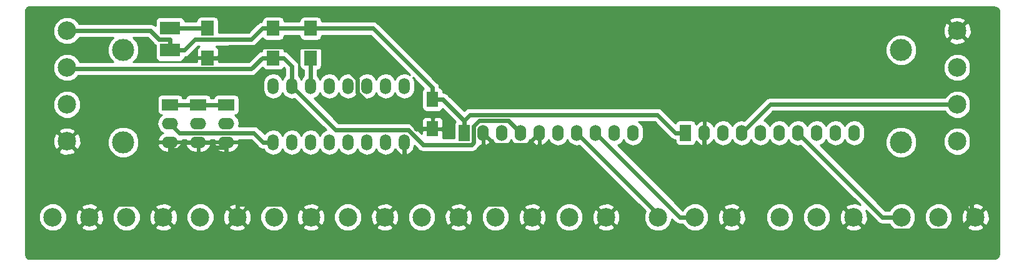
<source format=gbr>
G04 #@! TF.GenerationSoftware,KiCad,Pcbnew,(5.0.1)-3*
G04 #@! TF.CreationDate,2019-04-12T12:40:20-05:00*
G04 #@! TF.ProjectId,New_I2C_ports,4E65775F4932435F706F7274732E6B69,rev?*
G04 #@! TF.SameCoordinates,Original*
G04 #@! TF.FileFunction,Copper,L1,Top,Signal*
G04 #@! TF.FilePolarity,Positive*
%FSLAX46Y46*%
G04 Gerber Fmt 4.6, Leading zero omitted, Abs format (unit mm)*
G04 Created by KiCad (PCBNEW (5.0.1)-3) date 12/04/2019 12:40:20*
%MOMM*%
%LPD*%
G01*
G04 APERTURE LIST*
G04 #@! TA.AperFunction,SMDPad,CuDef*
%ADD10R,1.600000X2.000000*%
G04 #@! TD*
G04 #@! TA.AperFunction,SMDPad,CuDef*
%ADD11R,2.697480X1.795780*%
G04 #@! TD*
G04 #@! TA.AperFunction,ComponentPad*
%ADD12R,2.199640X1.524000*%
G04 #@! TD*
G04 #@! TA.AperFunction,ComponentPad*
%ADD13O,2.199640X1.524000*%
G04 #@! TD*
G04 #@! TA.AperFunction,SMDPad,CuDef*
%ADD14R,1.700000X2.000000*%
G04 #@! TD*
G04 #@! TA.AperFunction,ComponentPad*
%ADD15O,1.501140X2.199640*%
G04 #@! TD*
G04 #@! TA.AperFunction,ComponentPad*
%ADD16C,2.500000*%
G04 #@! TD*
G04 #@! TA.AperFunction,ComponentPad*
%ADD17C,3.000000*%
G04 #@! TD*
G04 #@! TA.AperFunction,ComponentPad*
%ADD18R,1.524000X2.199640*%
G04 #@! TD*
G04 #@! TA.AperFunction,ComponentPad*
%ADD19O,1.524000X2.199640*%
G04 #@! TD*
G04 #@! TA.AperFunction,ViaPad*
%ADD20C,0.800000*%
G04 #@! TD*
G04 #@! TA.AperFunction,Conductor*
%ADD21C,0.600000*%
G04 #@! TD*
G04 #@! TA.AperFunction,Conductor*
%ADD22C,0.254000*%
G04 #@! TD*
G04 APERTURE END LIST*
D10*
G04 #@! TO.P,C1,2*
G04 #@! TO.N,GND*
X134620000Y-131540000D03*
G04 #@! TO.P,C1,1*
G04 #@! TO.N,+5V*
X134620000Y-127540000D03*
G04 #@! TD*
D11*
G04 #@! TO.P,D1,1*
G04 #@! TO.N,Net-(D1-Pad1)*
X99060000Y-117881400D03*
G04 #@! TO.P,D1,2*
G04 #@! TO.N,+5V*
X99060000Y-120878600D03*
G04 #@! TD*
D12*
G04 #@! TO.P,A2,1*
G04 #@! TO.N,+5V*
X106680000Y-128270000D03*
D13*
G04 #@! TO.P,A2,2*
G04 #@! TO.N,Net-(P4-Pad2)*
X106680000Y-130810000D03*
G04 #@! TO.P,A2,3*
G04 #@! TO.N,GND*
X106680000Y-133350000D03*
G04 #@! TD*
D14*
G04 #@! TO.P,R1,2*
G04 #@! TO.N,GND*
X104140000Y-121920000D03*
G04 #@! TO.P,R1,1*
G04 #@! TO.N,Net-(D1-Pad1)*
X104140000Y-117920000D03*
G04 #@! TD*
G04 #@! TO.P,R2,2*
G04 #@! TO.N,SDA*
X113030000Y-121920000D03*
G04 #@! TO.P,R2,1*
G04 #@! TO.N,+5V*
X113030000Y-117920000D03*
G04 #@! TD*
G04 #@! TO.P,R3,1*
G04 #@! TO.N,+5V*
X118110000Y-117920000D03*
G04 #@! TO.P,R3,2*
G04 #@! TO.N,SCL*
X118110000Y-121920000D03*
G04 #@! TD*
D15*
G04 #@! TO.P,U1,1*
G04 #@! TO.N,Net-(P2-Pad2)*
X113030000Y-133350000D03*
G04 #@! TO.P,U1,2*
G04 #@! TO.N,Net-(P3-Pad2)*
X115570000Y-133350000D03*
G04 #@! TO.P,U1,3*
G04 #@! TO.N,Net-(P4-Pad2)*
X118110000Y-133350000D03*
G04 #@! TO.P,U1,4*
G04 #@! TO.N,IN1*
X120650000Y-133350000D03*
G04 #@! TO.P,U1,5*
G04 #@! TO.N,IN2*
X123190000Y-133350000D03*
G04 #@! TO.P,U1,6*
G04 #@! TO.N,IN3*
X125730000Y-133350000D03*
G04 #@! TO.P,U1,7*
G04 #@! TO.N,IN4*
X128270000Y-133350000D03*
G04 #@! TO.P,U1,8*
G04 #@! TO.N,GND*
X130810000Y-133350000D03*
G04 #@! TO.P,U1,9*
G04 #@! TO.N,IN5*
X130810000Y-125730000D03*
G04 #@! TO.P,U1,10*
G04 #@! TO.N,IN6*
X128270000Y-125730000D03*
G04 #@! TO.P,U1,11*
G04 #@! TO.N,IN7*
X125730000Y-125730000D03*
G04 #@! TO.P,U1,12*
G04 #@! TO.N,IN8*
X123190000Y-125730000D03*
G04 #@! TO.P,U1,13*
G04 #@! TO.N,N/C*
X120650000Y-125730000D03*
G04 #@! TO.P,U1,14*
G04 #@! TO.N,SCL*
X118110000Y-125730000D03*
G04 #@! TO.P,U1,15*
G04 #@! TO.N,SDA*
X115570000Y-125730000D03*
G04 #@! TO.P,U1,16*
G04 #@! TO.N,+5V*
X113030000Y-125730000D03*
G04 #@! TD*
D16*
G04 #@! TO.P,J3,2*
G04 #@! TO.N,B1*
X203200000Y-143510000D03*
G04 #@! TO.P,J3,1*
G04 #@! TO.N,B0*
X198200000Y-143510000D03*
G04 #@! TO.P,J3,3*
G04 #@! TO.N,GND*
X208200000Y-143510000D03*
G04 #@! TD*
G04 #@! TO.P,J2,3*
G04 #@! TO.N,GND*
X191690000Y-143510000D03*
G04 #@! TO.P,J2,1*
G04 #@! TO.N,A2*
X181690000Y-143510000D03*
G04 #@! TO.P,J2,2*
G04 #@! TO.N,A3*
X186690000Y-143510000D03*
G04 #@! TD*
G04 #@! TO.P,P1,4*
G04 #@! TO.N,GND*
X85090000Y-133230000D03*
G04 #@! TO.P,P1,3*
G04 #@! TO.N,SCL*
X85090000Y-128230000D03*
G04 #@! TO.P,P1,1*
G04 #@! TO.N,+5V*
X85090000Y-118230000D03*
G04 #@! TO.P,P1,2*
G04 #@! TO.N,SDA*
X85090000Y-123230000D03*
G04 #@! TD*
D12*
G04 #@! TO.P,A0,1*
G04 #@! TO.N,+5V*
X99060000Y-128270000D03*
D13*
G04 #@! TO.P,A0,2*
G04 #@! TO.N,Net-(P2-Pad2)*
X99060000Y-130810000D03*
G04 #@! TO.P,A0,3*
G04 #@! TO.N,GND*
X99060000Y-133350000D03*
G04 #@! TD*
G04 #@! TO.P,A1,3*
G04 #@! TO.N,GND*
X102870000Y-133350000D03*
G04 #@! TO.P,A1,2*
G04 #@! TO.N,Net-(P3-Pad2)*
X102870000Y-130810000D03*
D12*
G04 #@! TO.P,A1,1*
G04 #@! TO.N,+5V*
X102870000Y-128270000D03*
G04 #@! TD*
D16*
G04 #@! TO.P,P6,2*
G04 #@! TO.N,SDA*
X205740000Y-128230000D03*
G04 #@! TO.P,P6,1*
G04 #@! TO.N,+5V*
X205740000Y-133230000D03*
G04 #@! TO.P,P6,3*
G04 #@! TO.N,SCL*
X205740000Y-123230000D03*
G04 #@! TO.P,P6,4*
G04 #@! TO.N,GND*
X205740000Y-118230000D03*
G04 #@! TD*
G04 #@! TO.P,J1,3*
G04 #@! TO.N,GND*
X175180000Y-143510000D03*
G04 #@! TO.P,J1,1*
G04 #@! TO.N,A0*
X165180000Y-143510000D03*
G04 #@! TO.P,J1,2*
G04 #@! TO.N,A1*
X170180000Y-143510000D03*
G04 #@! TD*
G04 #@! TO.P,P5,16*
G04 #@! TO.N,GND*
X158150000Y-143510000D03*
G04 #@! TO.P,P5,15*
G04 #@! TO.N,IN8*
X153150000Y-143510000D03*
G04 #@! TO.P,P5,14*
G04 #@! TO.N,GND*
X148150000Y-143510000D03*
G04 #@! TO.P,P5,13*
G04 #@! TO.N,IN7*
X143150000Y-143510000D03*
G04 #@! TO.P,P5,12*
G04 #@! TO.N,GND*
X138150000Y-143510000D03*
G04 #@! TO.P,P5,11*
G04 #@! TO.N,IN6*
X133150000Y-143510000D03*
G04 #@! TO.P,P5,10*
G04 #@! TO.N,GND*
X128150000Y-143510000D03*
G04 #@! TO.P,P5,9*
G04 #@! TO.N,IN5*
X123150000Y-143510000D03*
G04 #@! TO.P,P5,8*
G04 #@! TO.N,GND*
X118150000Y-143510000D03*
G04 #@! TO.P,P5,7*
G04 #@! TO.N,IN4*
X113150000Y-143510000D03*
G04 #@! TO.P,P5,6*
G04 #@! TO.N,GND*
X108150000Y-143510000D03*
G04 #@! TO.P,P5,5*
G04 #@! TO.N,IN3*
X103150000Y-143510000D03*
G04 #@! TO.P,P5,4*
G04 #@! TO.N,GND*
X98150000Y-143510000D03*
G04 #@! TO.P,P5,3*
G04 #@! TO.N,IN2*
X93150000Y-143510000D03*
G04 #@! TO.P,P5,1*
G04 #@! TO.N,IN1*
X83150000Y-143510000D03*
G04 #@! TO.P,P5,2*
G04 #@! TO.N,GND*
X88150000Y-143510000D03*
G04 #@! TD*
D17*
G04 #@! TO.P,J6,2*
G04 #@! TO.N,N/C*
X92710000Y-133350000D03*
G04 #@! TO.P,J6,1*
X92710000Y-120840500D03*
G04 #@! TD*
G04 #@! TO.P,J7,1*
G04 #@! TO.N,N/C*
X198120000Y-120840500D03*
G04 #@! TO.P,J7,2*
X198120000Y-133350000D03*
G04 #@! TD*
D18*
G04 #@! TO.P,J4,1*
G04 #@! TO.N,+5V*
X138938000Y-132080000D03*
D19*
G04 #@! TO.P,J4,2*
G04 #@! TO.N,GND*
X141478000Y-132080000D03*
G04 #@! TO.P,J4,3*
G04 #@! TO.N,SCL*
X144018000Y-132080000D03*
G04 #@! TO.P,J4,4*
G04 #@! TO.N,SDA*
X146558000Y-132080000D03*
G04 #@! TO.P,J4,5*
G04 #@! TO.N,GND*
X149098000Y-132080000D03*
G04 #@! TO.P,J4,6*
G04 #@! TO.N,N/C*
X151638000Y-132080000D03*
G04 #@! TO.P,J4,7*
G04 #@! TO.N,A0*
X154178000Y-132080000D03*
G04 #@! TO.P,J4,8*
G04 #@! TO.N,A1*
X156718000Y-132080000D03*
G04 #@! TO.P,J4,9*
G04 #@! TO.N,A2*
X159258000Y-132080000D03*
G04 #@! TO.P,J4,10*
G04 #@! TO.N,A3*
X161798000Y-132080000D03*
G04 #@! TD*
D18*
G04 #@! TO.P,J5,1*
G04 #@! TO.N,+5V*
X168910000Y-132080000D03*
D19*
G04 #@! TO.P,J5,2*
G04 #@! TO.N,GND*
X171450000Y-132080000D03*
G04 #@! TO.P,J5,3*
G04 #@! TO.N,SCL*
X173990000Y-132080000D03*
G04 #@! TO.P,J5,4*
G04 #@! TO.N,SDA*
X176530000Y-132080000D03*
G04 #@! TO.P,J5,5*
G04 #@! TO.N,+5V*
X179070000Y-132080000D03*
G04 #@! TO.P,J5,6*
G04 #@! TO.N,N/C*
X181610000Y-132080000D03*
G04 #@! TO.P,J5,7*
G04 #@! TO.N,B0*
X184150000Y-132080000D03*
G04 #@! TO.P,J5,8*
G04 #@! TO.N,B1*
X186690000Y-132080000D03*
G04 #@! TO.P,J5,9*
G04 #@! TO.N,N/C*
X189230000Y-132080000D03*
G04 #@! TO.P,J5,10*
X191770000Y-132080000D03*
G04 #@! TD*
D20*
G04 #@! TO.N,GND*
X132481200Y-131531400D03*
G04 #@! TD*
D21*
G04 #@! TO.N,GND*
X130810000Y-140850000D02*
X128150000Y-143510000D01*
X130810000Y-133350000D02*
X130810000Y-140850000D01*
X138150000Y-143510000D02*
X135490000Y-140850000D01*
X135490000Y-140850000D02*
X130810000Y-140850000D01*
X207645100Y-143510000D02*
X207645100Y-120135100D01*
X207645100Y-120135100D02*
X205740000Y-118230000D01*
X191690000Y-143510000D02*
X193464800Y-145284800D01*
X193464800Y-145284800D02*
X205870300Y-145284800D01*
X205870300Y-145284800D02*
X207645100Y-143510000D01*
X207645100Y-143510000D02*
X208200000Y-143510000D01*
X175180000Y-143510000D02*
X171450000Y-139780000D01*
X171450000Y-139780000D02*
X171450000Y-132080000D01*
X145288000Y-141759600D02*
X139900400Y-141759600D01*
X139900400Y-141759600D02*
X138150000Y-143510000D01*
X104140000Y-121920000D02*
X105590000Y-121920000D01*
X105590000Y-121920000D02*
X107090400Y-120419600D01*
X107090400Y-120419600D02*
X120070200Y-120419600D01*
X120070200Y-120419600D02*
X124460000Y-124809400D01*
X124460000Y-124809400D02*
X124460000Y-126621300D01*
X124460000Y-126621300D02*
X127511300Y-129672600D01*
X127511300Y-129672600D02*
X130622400Y-129672600D01*
X130622400Y-129672600D02*
X132481200Y-131531400D01*
X134620000Y-131540000D02*
X133220000Y-131540000D01*
X132481200Y-131531400D02*
X133211400Y-131531400D01*
X133211400Y-131531400D02*
X133220000Y-131540000D01*
X89900400Y-141759600D02*
X88150000Y-143510000D01*
X96399600Y-141759600D02*
X89900400Y-141759600D01*
X89900400Y-141759600D02*
X89900400Y-138040400D01*
X89900400Y-138040400D02*
X85090000Y-133230000D01*
X96399600Y-141759600D02*
X96399600Y-137372400D01*
X96399600Y-137372400D02*
X99060000Y-134712000D01*
X98150000Y-143510000D02*
X96399600Y-141759600D01*
X102870000Y-133350000D02*
X104569900Y-133350000D01*
X106680000Y-134031000D02*
X105250900Y-134031000D01*
X105250900Y-134031000D02*
X104569900Y-133350000D01*
X106680000Y-134031000D02*
X106680000Y-134712000D01*
X106680000Y-133350000D02*
X106680000Y-134031000D01*
X145288000Y-141759600D02*
X146399600Y-141759600D01*
X146399600Y-141759600D02*
X148150000Y-143510000D01*
X145288000Y-133680300D02*
X143078300Y-133680300D01*
X143078300Y-133680300D02*
X141478000Y-132080000D01*
X149098000Y-132080000D02*
X147497700Y-133680300D01*
X147497700Y-133680300D02*
X145288000Y-133680300D01*
X145288000Y-133680300D02*
X145288000Y-141759600D01*
X108150000Y-141759600D02*
X108150000Y-136182000D01*
X108150000Y-136182000D02*
X106680000Y-134712000D01*
X108150000Y-143510000D02*
X108150000Y-141759600D01*
X118150000Y-143510000D02*
X116399600Y-141759600D01*
X116399600Y-141759600D02*
X108150000Y-141759600D01*
X102870000Y-133350000D02*
X101170100Y-133350000D01*
X99060000Y-134431100D02*
X100089000Y-134431100D01*
X100089000Y-134431100D02*
X101170100Y-133350000D01*
X99060000Y-134431100D02*
X99060000Y-134712000D01*
X99060000Y-133350000D02*
X99060000Y-134431100D01*
G04 #@! TO.N,+5V*
X99060000Y-120878600D02*
X99060000Y-119380700D01*
X85090000Y-118230000D02*
X96411400Y-118230000D01*
X96411400Y-118230000D02*
X97562100Y-119380700D01*
X97562100Y-119380700D02*
X99060000Y-119380700D01*
X99060000Y-120878600D02*
X101008700Y-120878600D01*
X113030000Y-117920000D02*
X111580000Y-117920000D01*
X111580000Y-117920000D02*
X110079600Y-119420400D01*
X110079600Y-119420400D02*
X102466900Y-119420400D01*
X102466900Y-119420400D02*
X101008700Y-120878600D01*
X118110000Y-117920000D02*
X113030000Y-117920000D01*
X102870000Y-128270000D02*
X106680000Y-128270000D01*
X118110000Y-117920000D02*
X126600000Y-117920000D01*
X126600000Y-117920000D02*
X134620000Y-125940000D01*
X134620000Y-127540000D02*
X134620000Y-125940000D01*
X99060000Y-128270000D02*
X102870000Y-128270000D01*
X167548000Y-132080000D02*
X165097900Y-129629900D01*
X165097900Y-129629900D02*
X139688300Y-129629900D01*
X139688300Y-129629900D02*
X138938000Y-130380200D01*
X168910000Y-132080000D02*
X167548000Y-132080000D01*
X134620000Y-127540000D02*
X136020000Y-127540000D01*
X138938000Y-132080000D02*
X138938000Y-130380200D01*
X138938000Y-130380200D02*
X138860200Y-130380200D01*
X138860200Y-130380200D02*
X136020000Y-127540000D01*
G04 #@! TO.N,Net-(D1-Pad1)*
X99060000Y-117881400D02*
X101008700Y-117881400D01*
X104140000Y-117920000D02*
X101047300Y-117920000D01*
X101047300Y-117920000D02*
X101008700Y-117881400D01*
G04 #@! TO.N,SDA*
X115570000Y-125730000D02*
X121511400Y-131671400D01*
X121511400Y-131671400D02*
X131348000Y-131671400D01*
X131348000Y-131671400D02*
X133361900Y-133685300D01*
X133361900Y-133685300D02*
X139924100Y-133685300D01*
X139924100Y-133685300D02*
X140208000Y-133401400D01*
X140208000Y-133401400D02*
X140208000Y-131188200D01*
X140208000Y-131188200D02*
X140966000Y-130430200D01*
X140966000Y-130430200D02*
X144908200Y-130430200D01*
X144908200Y-130430200D02*
X146558000Y-132080000D01*
X113030000Y-121920000D02*
X111580000Y-121920000D01*
X85090000Y-123230000D02*
X85280400Y-123420400D01*
X85280400Y-123420400D02*
X110079600Y-123420400D01*
X110079600Y-123420400D02*
X111580000Y-121920000D01*
X115570000Y-125730000D02*
X115570000Y-123010000D01*
X115570000Y-123010000D02*
X114480000Y-121920000D01*
X113030000Y-121920000D02*
X114480000Y-121920000D01*
X176530000Y-132080000D02*
X180380000Y-128230000D01*
X180380000Y-128230000D02*
X205740000Y-128230000D01*
G04 #@! TO.N,SCL*
X118110000Y-125730000D02*
X118110000Y-121920000D01*
G04 #@! TO.N,A1*
X156718000Y-132080000D02*
X168148000Y-143510000D01*
X168148000Y-143510000D02*
X170180000Y-143510000D01*
G04 #@! TO.N,A0*
X154178000Y-132080000D02*
X165180000Y-143082000D01*
X165180000Y-143082000D02*
X165180000Y-143510000D01*
G04 #@! TO.N,B0*
X184150000Y-132080000D02*
X195580000Y-143510000D01*
X195580000Y-143510000D02*
X198200000Y-143510000D01*
G04 #@! TO.N,Net-(P2-Pad2)*
X113030000Y-133350000D02*
X111679400Y-133350000D01*
X111679400Y-133350000D02*
X110409400Y-132080000D01*
X110409400Y-132080000D02*
X100330000Y-132080000D01*
X100330000Y-132080000D02*
X99060000Y-130810000D01*
G04 #@! TD*
D22*
G04 #@! TO.N,GND*
G36*
X211007787Y-115054065D02*
X211172920Y-115149405D01*
X211295488Y-115295477D01*
X211371555Y-115504465D01*
X211380001Y-115601007D01*
X211380000Y-148527881D01*
X211335935Y-148777787D01*
X211240596Y-148942919D01*
X211094524Y-149065488D01*
X210885532Y-149141555D01*
X210789004Y-149150000D01*
X80072119Y-149150000D01*
X79822213Y-149105935D01*
X79657081Y-149010596D01*
X79534512Y-148864524D01*
X79458445Y-148655532D01*
X79450000Y-148559004D01*
X79450000Y-143135050D01*
X81265000Y-143135050D01*
X81265000Y-143884950D01*
X81551974Y-144577767D01*
X82082233Y-145108026D01*
X82775050Y-145395000D01*
X83524950Y-145395000D01*
X84217767Y-145108026D01*
X84482473Y-144843320D01*
X86996285Y-144843320D01*
X87125533Y-145136123D01*
X87825806Y-145404388D01*
X88575435Y-145384250D01*
X89174467Y-145136123D01*
X89303715Y-144843320D01*
X88150000Y-143689605D01*
X86996285Y-144843320D01*
X84482473Y-144843320D01*
X84748026Y-144577767D01*
X85035000Y-143884950D01*
X85035000Y-143185806D01*
X86255612Y-143185806D01*
X86275750Y-143935435D01*
X86523877Y-144534467D01*
X86816680Y-144663715D01*
X87970395Y-143510000D01*
X88329605Y-143510000D01*
X89483320Y-144663715D01*
X89776123Y-144534467D01*
X90044388Y-143834194D01*
X90025607Y-143135050D01*
X91265000Y-143135050D01*
X91265000Y-143884950D01*
X91551974Y-144577767D01*
X92082233Y-145108026D01*
X92775050Y-145395000D01*
X93524950Y-145395000D01*
X94217767Y-145108026D01*
X94482473Y-144843320D01*
X96996285Y-144843320D01*
X97125533Y-145136123D01*
X97825806Y-145404388D01*
X98575435Y-145384250D01*
X99174467Y-145136123D01*
X99303715Y-144843320D01*
X98150000Y-143689605D01*
X96996285Y-144843320D01*
X94482473Y-144843320D01*
X94748026Y-144577767D01*
X95035000Y-143884950D01*
X95035000Y-143185806D01*
X96255612Y-143185806D01*
X96275750Y-143935435D01*
X96523877Y-144534467D01*
X96816680Y-144663715D01*
X97970395Y-143510000D01*
X98329605Y-143510000D01*
X99483320Y-144663715D01*
X99776123Y-144534467D01*
X100044388Y-143834194D01*
X100025607Y-143135050D01*
X101265000Y-143135050D01*
X101265000Y-143884950D01*
X101551974Y-144577767D01*
X102082233Y-145108026D01*
X102775050Y-145395000D01*
X103524950Y-145395000D01*
X104217767Y-145108026D01*
X104482473Y-144843320D01*
X106996285Y-144843320D01*
X107125533Y-145136123D01*
X107825806Y-145404388D01*
X108575435Y-145384250D01*
X109174467Y-145136123D01*
X109303715Y-144843320D01*
X108150000Y-143689605D01*
X106996285Y-144843320D01*
X104482473Y-144843320D01*
X104748026Y-144577767D01*
X105035000Y-143884950D01*
X105035000Y-143185806D01*
X106255612Y-143185806D01*
X106275750Y-143935435D01*
X106523877Y-144534467D01*
X106816680Y-144663715D01*
X107970395Y-143510000D01*
X108329605Y-143510000D01*
X109483320Y-144663715D01*
X109776123Y-144534467D01*
X110044388Y-143834194D01*
X110025607Y-143135050D01*
X111265000Y-143135050D01*
X111265000Y-143884950D01*
X111551974Y-144577767D01*
X112082233Y-145108026D01*
X112775050Y-145395000D01*
X113524950Y-145395000D01*
X114217767Y-145108026D01*
X114482473Y-144843320D01*
X116996285Y-144843320D01*
X117125533Y-145136123D01*
X117825806Y-145404388D01*
X118575435Y-145384250D01*
X119174467Y-145136123D01*
X119303715Y-144843320D01*
X118150000Y-143689605D01*
X116996285Y-144843320D01*
X114482473Y-144843320D01*
X114748026Y-144577767D01*
X115035000Y-143884950D01*
X115035000Y-143185806D01*
X116255612Y-143185806D01*
X116275750Y-143935435D01*
X116523877Y-144534467D01*
X116816680Y-144663715D01*
X117970395Y-143510000D01*
X118329605Y-143510000D01*
X119483320Y-144663715D01*
X119776123Y-144534467D01*
X120044388Y-143834194D01*
X120025607Y-143135050D01*
X121265000Y-143135050D01*
X121265000Y-143884950D01*
X121551974Y-144577767D01*
X122082233Y-145108026D01*
X122775050Y-145395000D01*
X123524950Y-145395000D01*
X124217767Y-145108026D01*
X124482473Y-144843320D01*
X126996285Y-144843320D01*
X127125533Y-145136123D01*
X127825806Y-145404388D01*
X128575435Y-145384250D01*
X129174467Y-145136123D01*
X129303715Y-144843320D01*
X128150000Y-143689605D01*
X126996285Y-144843320D01*
X124482473Y-144843320D01*
X124748026Y-144577767D01*
X125035000Y-143884950D01*
X125035000Y-143185806D01*
X126255612Y-143185806D01*
X126275750Y-143935435D01*
X126523877Y-144534467D01*
X126816680Y-144663715D01*
X127970395Y-143510000D01*
X128329605Y-143510000D01*
X129483320Y-144663715D01*
X129776123Y-144534467D01*
X130044388Y-143834194D01*
X130025607Y-143135050D01*
X131265000Y-143135050D01*
X131265000Y-143884950D01*
X131551974Y-144577767D01*
X132082233Y-145108026D01*
X132775050Y-145395000D01*
X133524950Y-145395000D01*
X134217767Y-145108026D01*
X134482473Y-144843320D01*
X136996285Y-144843320D01*
X137125533Y-145136123D01*
X137825806Y-145404388D01*
X138575435Y-145384250D01*
X139174467Y-145136123D01*
X139303715Y-144843320D01*
X138150000Y-143689605D01*
X136996285Y-144843320D01*
X134482473Y-144843320D01*
X134748026Y-144577767D01*
X135035000Y-143884950D01*
X135035000Y-143185806D01*
X136255612Y-143185806D01*
X136275750Y-143935435D01*
X136523877Y-144534467D01*
X136816680Y-144663715D01*
X137970395Y-143510000D01*
X138329605Y-143510000D01*
X139483320Y-144663715D01*
X139776123Y-144534467D01*
X140044388Y-143834194D01*
X140025607Y-143135050D01*
X141265000Y-143135050D01*
X141265000Y-143884950D01*
X141551974Y-144577767D01*
X142082233Y-145108026D01*
X142775050Y-145395000D01*
X143524950Y-145395000D01*
X144217767Y-145108026D01*
X144482473Y-144843320D01*
X146996285Y-144843320D01*
X147125533Y-145136123D01*
X147825806Y-145404388D01*
X148575435Y-145384250D01*
X149174467Y-145136123D01*
X149303715Y-144843320D01*
X148150000Y-143689605D01*
X146996285Y-144843320D01*
X144482473Y-144843320D01*
X144748026Y-144577767D01*
X145035000Y-143884950D01*
X145035000Y-143185806D01*
X146255612Y-143185806D01*
X146275750Y-143935435D01*
X146523877Y-144534467D01*
X146816680Y-144663715D01*
X147970395Y-143510000D01*
X148329605Y-143510000D01*
X149483320Y-144663715D01*
X149776123Y-144534467D01*
X150044388Y-143834194D01*
X150025607Y-143135050D01*
X151265000Y-143135050D01*
X151265000Y-143884950D01*
X151551974Y-144577767D01*
X152082233Y-145108026D01*
X152775050Y-145395000D01*
X153524950Y-145395000D01*
X154217767Y-145108026D01*
X154482473Y-144843320D01*
X156996285Y-144843320D01*
X157125533Y-145136123D01*
X157825806Y-145404388D01*
X158575435Y-145384250D01*
X159174467Y-145136123D01*
X159303715Y-144843320D01*
X158150000Y-143689605D01*
X156996285Y-144843320D01*
X154482473Y-144843320D01*
X154748026Y-144577767D01*
X155035000Y-143884950D01*
X155035000Y-143185806D01*
X156255612Y-143185806D01*
X156275750Y-143935435D01*
X156523877Y-144534467D01*
X156816680Y-144663715D01*
X157970395Y-143510000D01*
X158329605Y-143510000D01*
X159483320Y-144663715D01*
X159776123Y-144534467D01*
X160044388Y-143834194D01*
X160024250Y-143084565D01*
X159776123Y-142485533D01*
X159483320Y-142356285D01*
X158329605Y-143510000D01*
X157970395Y-143510000D01*
X156816680Y-142356285D01*
X156523877Y-142485533D01*
X156255612Y-143185806D01*
X155035000Y-143185806D01*
X155035000Y-143135050D01*
X154748026Y-142442233D01*
X154482473Y-142176680D01*
X156996285Y-142176680D01*
X158150000Y-143330395D01*
X159303715Y-142176680D01*
X159174467Y-141883877D01*
X158474194Y-141615612D01*
X157724565Y-141635750D01*
X157125533Y-141883877D01*
X156996285Y-142176680D01*
X154482473Y-142176680D01*
X154217767Y-141911974D01*
X153524950Y-141625000D01*
X152775050Y-141625000D01*
X152082233Y-141911974D01*
X151551974Y-142442233D01*
X151265000Y-143135050D01*
X150025607Y-143135050D01*
X150024250Y-143084565D01*
X149776123Y-142485533D01*
X149483320Y-142356285D01*
X148329605Y-143510000D01*
X147970395Y-143510000D01*
X146816680Y-142356285D01*
X146523877Y-142485533D01*
X146255612Y-143185806D01*
X145035000Y-143185806D01*
X145035000Y-143135050D01*
X144748026Y-142442233D01*
X144482473Y-142176680D01*
X146996285Y-142176680D01*
X148150000Y-143330395D01*
X149303715Y-142176680D01*
X149174467Y-141883877D01*
X148474194Y-141615612D01*
X147724565Y-141635750D01*
X147125533Y-141883877D01*
X146996285Y-142176680D01*
X144482473Y-142176680D01*
X144217767Y-141911974D01*
X143524950Y-141625000D01*
X142775050Y-141625000D01*
X142082233Y-141911974D01*
X141551974Y-142442233D01*
X141265000Y-143135050D01*
X140025607Y-143135050D01*
X140024250Y-143084565D01*
X139776123Y-142485533D01*
X139483320Y-142356285D01*
X138329605Y-143510000D01*
X137970395Y-143510000D01*
X136816680Y-142356285D01*
X136523877Y-142485533D01*
X136255612Y-143185806D01*
X135035000Y-143185806D01*
X135035000Y-143135050D01*
X134748026Y-142442233D01*
X134482473Y-142176680D01*
X136996285Y-142176680D01*
X138150000Y-143330395D01*
X139303715Y-142176680D01*
X139174467Y-141883877D01*
X138474194Y-141615612D01*
X137724565Y-141635750D01*
X137125533Y-141883877D01*
X136996285Y-142176680D01*
X134482473Y-142176680D01*
X134217767Y-141911974D01*
X133524950Y-141625000D01*
X132775050Y-141625000D01*
X132082233Y-141911974D01*
X131551974Y-142442233D01*
X131265000Y-143135050D01*
X130025607Y-143135050D01*
X130024250Y-143084565D01*
X129776123Y-142485533D01*
X129483320Y-142356285D01*
X128329605Y-143510000D01*
X127970395Y-143510000D01*
X126816680Y-142356285D01*
X126523877Y-142485533D01*
X126255612Y-143185806D01*
X125035000Y-143185806D01*
X125035000Y-143135050D01*
X124748026Y-142442233D01*
X124482473Y-142176680D01*
X126996285Y-142176680D01*
X128150000Y-143330395D01*
X129303715Y-142176680D01*
X129174467Y-141883877D01*
X128474194Y-141615612D01*
X127724565Y-141635750D01*
X127125533Y-141883877D01*
X126996285Y-142176680D01*
X124482473Y-142176680D01*
X124217767Y-141911974D01*
X123524950Y-141625000D01*
X122775050Y-141625000D01*
X122082233Y-141911974D01*
X121551974Y-142442233D01*
X121265000Y-143135050D01*
X120025607Y-143135050D01*
X120024250Y-143084565D01*
X119776123Y-142485533D01*
X119483320Y-142356285D01*
X118329605Y-143510000D01*
X117970395Y-143510000D01*
X116816680Y-142356285D01*
X116523877Y-142485533D01*
X116255612Y-143185806D01*
X115035000Y-143185806D01*
X115035000Y-143135050D01*
X114748026Y-142442233D01*
X114482473Y-142176680D01*
X116996285Y-142176680D01*
X118150000Y-143330395D01*
X119303715Y-142176680D01*
X119174467Y-141883877D01*
X118474194Y-141615612D01*
X117724565Y-141635750D01*
X117125533Y-141883877D01*
X116996285Y-142176680D01*
X114482473Y-142176680D01*
X114217767Y-141911974D01*
X113524950Y-141625000D01*
X112775050Y-141625000D01*
X112082233Y-141911974D01*
X111551974Y-142442233D01*
X111265000Y-143135050D01*
X110025607Y-143135050D01*
X110024250Y-143084565D01*
X109776123Y-142485533D01*
X109483320Y-142356285D01*
X108329605Y-143510000D01*
X107970395Y-143510000D01*
X106816680Y-142356285D01*
X106523877Y-142485533D01*
X106255612Y-143185806D01*
X105035000Y-143185806D01*
X105035000Y-143135050D01*
X104748026Y-142442233D01*
X104482473Y-142176680D01*
X106996285Y-142176680D01*
X108150000Y-143330395D01*
X109303715Y-142176680D01*
X109174467Y-141883877D01*
X108474194Y-141615612D01*
X107724565Y-141635750D01*
X107125533Y-141883877D01*
X106996285Y-142176680D01*
X104482473Y-142176680D01*
X104217767Y-141911974D01*
X103524950Y-141625000D01*
X102775050Y-141625000D01*
X102082233Y-141911974D01*
X101551974Y-142442233D01*
X101265000Y-143135050D01*
X100025607Y-143135050D01*
X100024250Y-143084565D01*
X99776123Y-142485533D01*
X99483320Y-142356285D01*
X98329605Y-143510000D01*
X97970395Y-143510000D01*
X96816680Y-142356285D01*
X96523877Y-142485533D01*
X96255612Y-143185806D01*
X95035000Y-143185806D01*
X95035000Y-143135050D01*
X94748026Y-142442233D01*
X94482473Y-142176680D01*
X96996285Y-142176680D01*
X98150000Y-143330395D01*
X99303715Y-142176680D01*
X99174467Y-141883877D01*
X98474194Y-141615612D01*
X97724565Y-141635750D01*
X97125533Y-141883877D01*
X96996285Y-142176680D01*
X94482473Y-142176680D01*
X94217767Y-141911974D01*
X93524950Y-141625000D01*
X92775050Y-141625000D01*
X92082233Y-141911974D01*
X91551974Y-142442233D01*
X91265000Y-143135050D01*
X90025607Y-143135050D01*
X90024250Y-143084565D01*
X89776123Y-142485533D01*
X89483320Y-142356285D01*
X88329605Y-143510000D01*
X87970395Y-143510000D01*
X86816680Y-142356285D01*
X86523877Y-142485533D01*
X86255612Y-143185806D01*
X85035000Y-143185806D01*
X85035000Y-143135050D01*
X84748026Y-142442233D01*
X84482473Y-142176680D01*
X86996285Y-142176680D01*
X88150000Y-143330395D01*
X89303715Y-142176680D01*
X89174467Y-141883877D01*
X88474194Y-141615612D01*
X87724565Y-141635750D01*
X87125533Y-141883877D01*
X86996285Y-142176680D01*
X84482473Y-142176680D01*
X84217767Y-141911974D01*
X83524950Y-141625000D01*
X82775050Y-141625000D01*
X82082233Y-141911974D01*
X81551974Y-142442233D01*
X81265000Y-143135050D01*
X79450000Y-143135050D01*
X79450000Y-134563320D01*
X83936285Y-134563320D01*
X84065533Y-134856123D01*
X84765806Y-135124388D01*
X85515435Y-135104250D01*
X86114467Y-134856123D01*
X86243715Y-134563320D01*
X85090000Y-133409605D01*
X83936285Y-134563320D01*
X79450000Y-134563320D01*
X79450000Y-132905806D01*
X83195612Y-132905806D01*
X83215750Y-133655435D01*
X83463877Y-134254467D01*
X83756680Y-134383715D01*
X84910395Y-133230000D01*
X85269605Y-133230000D01*
X86423320Y-134383715D01*
X86716123Y-134254467D01*
X86984388Y-133554194D01*
X86967495Y-132925322D01*
X90575000Y-132925322D01*
X90575000Y-133774678D01*
X90900034Y-134559380D01*
X91500620Y-135159966D01*
X92285322Y-135485000D01*
X93134678Y-135485000D01*
X93919380Y-135159966D01*
X94519966Y-134559380D01*
X94845000Y-133774678D01*
X94845000Y-133693070D01*
X97367960Y-133693070D01*
X97382920Y-133767277D01*
X97644550Y-134248026D01*
X98070239Y-134592059D01*
X98595180Y-134747000D01*
X98933000Y-134747000D01*
X98933000Y-133477000D01*
X99187000Y-133477000D01*
X99187000Y-134747000D01*
X99524820Y-134747000D01*
X100049761Y-134592059D01*
X100475450Y-134248026D01*
X100737080Y-133767277D01*
X100752040Y-133693070D01*
X101177960Y-133693070D01*
X101192920Y-133767277D01*
X101454550Y-134248026D01*
X101880239Y-134592059D01*
X102405180Y-134747000D01*
X102743000Y-134747000D01*
X102743000Y-133477000D01*
X102997000Y-133477000D01*
X102997000Y-134747000D01*
X103334820Y-134747000D01*
X103859761Y-134592059D01*
X104285450Y-134248026D01*
X104547080Y-133767277D01*
X104562040Y-133693070D01*
X104987960Y-133693070D01*
X105002920Y-133767277D01*
X105264550Y-134248026D01*
X105690239Y-134592059D01*
X106215180Y-134747000D01*
X106553000Y-134747000D01*
X106553000Y-133477000D01*
X106807000Y-133477000D01*
X106807000Y-134747000D01*
X107144820Y-134747000D01*
X107669761Y-134592059D01*
X108095450Y-134248026D01*
X108357080Y-133767277D01*
X108372040Y-133693070D01*
X108249540Y-133477000D01*
X106807000Y-133477000D01*
X106553000Y-133477000D01*
X105110460Y-133477000D01*
X104987960Y-133693070D01*
X104562040Y-133693070D01*
X104439540Y-133477000D01*
X102997000Y-133477000D01*
X102743000Y-133477000D01*
X101300460Y-133477000D01*
X101177960Y-133693070D01*
X100752040Y-133693070D01*
X100629540Y-133477000D01*
X99187000Y-133477000D01*
X98933000Y-133477000D01*
X97490460Y-133477000D01*
X97367960Y-133693070D01*
X94845000Y-133693070D01*
X94845000Y-132925322D01*
X94519966Y-132140620D01*
X93919380Y-131540034D01*
X93134678Y-131215000D01*
X92285322Y-131215000D01*
X91500620Y-131540034D01*
X90900034Y-132140620D01*
X90575000Y-132925322D01*
X86967495Y-132925322D01*
X86964250Y-132804565D01*
X86716123Y-132205533D01*
X86423320Y-132076285D01*
X85269605Y-133230000D01*
X84910395Y-133230000D01*
X83756680Y-132076285D01*
X83463877Y-132205533D01*
X83195612Y-132905806D01*
X79450000Y-132905806D01*
X79450000Y-131896680D01*
X83936285Y-131896680D01*
X85090000Y-133050395D01*
X86243715Y-131896680D01*
X86114467Y-131603877D01*
X85414194Y-131335612D01*
X84664565Y-131355750D01*
X84065533Y-131603877D01*
X83936285Y-131896680D01*
X79450000Y-131896680D01*
X79450000Y-127855050D01*
X83205000Y-127855050D01*
X83205000Y-128604950D01*
X83491974Y-129297767D01*
X84022233Y-129828026D01*
X84715050Y-130115000D01*
X85464950Y-130115000D01*
X86157767Y-129828026D01*
X86688026Y-129297767D01*
X86975000Y-128604950D01*
X86975000Y-127855050D01*
X86688026Y-127162233D01*
X86157767Y-126631974D01*
X85464950Y-126345000D01*
X84715050Y-126345000D01*
X84022233Y-126631974D01*
X83491974Y-127162233D01*
X83205000Y-127855050D01*
X79450000Y-127855050D01*
X79450000Y-117855050D01*
X83205000Y-117855050D01*
X83205000Y-118604950D01*
X83491974Y-119297767D01*
X84022233Y-119828026D01*
X84715050Y-120115000D01*
X85464950Y-120115000D01*
X86157767Y-119828026D01*
X86688026Y-119297767D01*
X86743020Y-119165000D01*
X91366154Y-119165000D01*
X90900034Y-119631120D01*
X90575000Y-120415822D01*
X90575000Y-121265178D01*
X90900034Y-122049880D01*
X91335554Y-122485400D01*
X86821886Y-122485400D01*
X86688026Y-122162233D01*
X86157767Y-121631974D01*
X85464950Y-121345000D01*
X84715050Y-121345000D01*
X84022233Y-121631974D01*
X83491974Y-122162233D01*
X83205000Y-122855050D01*
X83205000Y-123604950D01*
X83491974Y-124297767D01*
X84022233Y-124828026D01*
X84715050Y-125115000D01*
X85464950Y-125115000D01*
X86157767Y-124828026D01*
X86630393Y-124355400D01*
X109987514Y-124355400D01*
X110079600Y-124373717D01*
X110171686Y-124355400D01*
X110444419Y-124301150D01*
X110753697Y-124094497D01*
X110805861Y-124016428D01*
X111610955Y-123211334D01*
X111722191Y-123377809D01*
X111932235Y-123518157D01*
X112180000Y-123567440D01*
X113880000Y-123567440D01*
X114127765Y-123518157D01*
X114337809Y-123377809D01*
X114449045Y-123211334D01*
X114635001Y-123397291D01*
X114635001Y-124339087D01*
X114571060Y-124381811D01*
X114300000Y-124787481D01*
X114028939Y-124381810D01*
X113570621Y-124075572D01*
X113030000Y-123968036D01*
X112489378Y-124075572D01*
X112031060Y-124381811D01*
X111724822Y-124840129D01*
X111644430Y-125244288D01*
X111644430Y-126215713D01*
X111724822Y-126619872D01*
X112031061Y-127078190D01*
X112489379Y-127384428D01*
X113030000Y-127491964D01*
X113570622Y-127384428D01*
X114028940Y-127078190D01*
X114300000Y-126672520D01*
X114571061Y-127078190D01*
X115029379Y-127384428D01*
X115570000Y-127491964D01*
X115936728Y-127419017D01*
X120196043Y-131678333D01*
X120109378Y-131695572D01*
X119651060Y-132001811D01*
X119380000Y-132407481D01*
X119108939Y-132001810D01*
X118650621Y-131695572D01*
X118110000Y-131588036D01*
X117569378Y-131695572D01*
X117111060Y-132001811D01*
X116840000Y-132407481D01*
X116568939Y-132001810D01*
X116110621Y-131695572D01*
X115570000Y-131588036D01*
X115029378Y-131695572D01*
X114571060Y-132001811D01*
X114300000Y-132407481D01*
X114028939Y-132001810D01*
X113570621Y-131695572D01*
X113030000Y-131588036D01*
X112489378Y-131695572D01*
X112031060Y-132001811D01*
X111879831Y-132228141D01*
X111135661Y-131483972D01*
X111083497Y-131405903D01*
X110774219Y-131199250D01*
X110501486Y-131145000D01*
X110409400Y-131126683D01*
X110317314Y-131145000D01*
X108375552Y-131145000D01*
X108442188Y-130810000D01*
X108333764Y-130264918D01*
X108025000Y-129802820D01*
X107826463Y-129670162D01*
X108027585Y-129630157D01*
X108237629Y-129489809D01*
X108377977Y-129279765D01*
X108427260Y-129032000D01*
X108427260Y-127508000D01*
X108377977Y-127260235D01*
X108237629Y-127050191D01*
X108027585Y-126909843D01*
X107779820Y-126860560D01*
X105580180Y-126860560D01*
X105332415Y-126909843D01*
X105122371Y-127050191D01*
X104982023Y-127260235D01*
X104967151Y-127335000D01*
X104582849Y-127335000D01*
X104567977Y-127260235D01*
X104427629Y-127050191D01*
X104217585Y-126909843D01*
X103969820Y-126860560D01*
X101770180Y-126860560D01*
X101522415Y-126909843D01*
X101312371Y-127050191D01*
X101172023Y-127260235D01*
X101157151Y-127335000D01*
X100772849Y-127335000D01*
X100757977Y-127260235D01*
X100617629Y-127050191D01*
X100407585Y-126909843D01*
X100159820Y-126860560D01*
X97960180Y-126860560D01*
X97712415Y-126909843D01*
X97502371Y-127050191D01*
X97362023Y-127260235D01*
X97312740Y-127508000D01*
X97312740Y-129032000D01*
X97362023Y-129279765D01*
X97502371Y-129489809D01*
X97712415Y-129630157D01*
X97913537Y-129670162D01*
X97715000Y-129802820D01*
X97406236Y-130264918D01*
X97297812Y-130810000D01*
X97406236Y-131355082D01*
X97715000Y-131817180D01*
X98125669Y-132091580D01*
X98070239Y-132107941D01*
X97644550Y-132451974D01*
X97382920Y-132932723D01*
X97367960Y-133006930D01*
X97490460Y-133223000D01*
X98933000Y-133223000D01*
X98933000Y-133203000D01*
X99187000Y-133203000D01*
X99187000Y-133223000D01*
X100629540Y-133223000D01*
X100747465Y-133015000D01*
X101182535Y-133015000D01*
X101300460Y-133223000D01*
X102743000Y-133223000D01*
X102743000Y-133203000D01*
X102997000Y-133203000D01*
X102997000Y-133223000D01*
X104439540Y-133223000D01*
X104557465Y-133015000D01*
X104992535Y-133015000D01*
X105110460Y-133223000D01*
X106553000Y-133223000D01*
X106553000Y-133203000D01*
X106807000Y-133203000D01*
X106807000Y-133223000D01*
X108249540Y-133223000D01*
X108367465Y-133015000D01*
X110022111Y-133015000D01*
X110953141Y-133946031D01*
X111005303Y-134024097D01*
X111314581Y-134230750D01*
X111587314Y-134285000D01*
X111587317Y-134285000D01*
X111679399Y-134303316D01*
X111756912Y-134287898D01*
X112031061Y-134698190D01*
X112489379Y-135004428D01*
X113030000Y-135111964D01*
X113570622Y-135004428D01*
X114028940Y-134698190D01*
X114300000Y-134292520D01*
X114571061Y-134698190D01*
X115029379Y-135004428D01*
X115570000Y-135111964D01*
X116110622Y-135004428D01*
X116568940Y-134698190D01*
X116840000Y-134292520D01*
X117111061Y-134698190D01*
X117569379Y-135004428D01*
X118110000Y-135111964D01*
X118650622Y-135004428D01*
X119108940Y-134698190D01*
X119380000Y-134292520D01*
X119651061Y-134698190D01*
X120109379Y-135004428D01*
X120650000Y-135111964D01*
X121190622Y-135004428D01*
X121648940Y-134698190D01*
X121920000Y-134292520D01*
X122191061Y-134698190D01*
X122649379Y-135004428D01*
X123190000Y-135111964D01*
X123730622Y-135004428D01*
X124188940Y-134698190D01*
X124460000Y-134292520D01*
X124731061Y-134698190D01*
X125189379Y-135004428D01*
X125730000Y-135111964D01*
X126270622Y-135004428D01*
X126728940Y-134698190D01*
X127000000Y-134292520D01*
X127271061Y-134698190D01*
X127729379Y-135004428D01*
X128270000Y-135111964D01*
X128810622Y-135004428D01*
X129268940Y-134698190D01*
X129555545Y-134269255D01*
X129578501Y-134346817D01*
X129920056Y-134768798D01*
X130397097Y-135027950D01*
X130468725Y-135042133D01*
X130683000Y-134919479D01*
X130683000Y-133477000D01*
X130663000Y-133477000D01*
X130663000Y-133223000D01*
X130683000Y-133223000D01*
X130683000Y-133203000D01*
X130937000Y-133203000D01*
X130937000Y-133223000D01*
X130957000Y-133223000D01*
X130957000Y-133477000D01*
X130937000Y-133477000D01*
X130937000Y-134919479D01*
X131151275Y-135042133D01*
X131222903Y-135027950D01*
X131699944Y-134768798D01*
X132041499Y-134346817D01*
X132192142Y-133837831D01*
X132635639Y-134281328D01*
X132687803Y-134359397D01*
X132987099Y-134559380D01*
X132997081Y-134566050D01*
X133361900Y-134638617D01*
X133453986Y-134620300D01*
X139832014Y-134620300D01*
X139924100Y-134638617D01*
X140016186Y-134620300D01*
X140288919Y-134566050D01*
X140598197Y-134359397D01*
X140650361Y-134281328D01*
X140804028Y-134127661D01*
X140882097Y-134075497D01*
X141088750Y-133766219D01*
X141089417Y-133762865D01*
X141134930Y-133772040D01*
X141351000Y-133649540D01*
X141351000Y-132207000D01*
X141331000Y-132207000D01*
X141331000Y-131953000D01*
X141351000Y-131953000D01*
X141351000Y-131933000D01*
X141605000Y-131933000D01*
X141605000Y-131953000D01*
X141625000Y-131953000D01*
X141625000Y-132207000D01*
X141605000Y-132207000D01*
X141605000Y-133649540D01*
X141821070Y-133772040D01*
X141895277Y-133757080D01*
X142376026Y-133495450D01*
X142720059Y-133069761D01*
X142736420Y-133014331D01*
X143010821Y-133425000D01*
X143472919Y-133733764D01*
X144018000Y-133842188D01*
X144563082Y-133733764D01*
X145025180Y-133425000D01*
X145288000Y-133031662D01*
X145550821Y-133425000D01*
X146012919Y-133733764D01*
X146558000Y-133842188D01*
X147103082Y-133733764D01*
X147565180Y-133425000D01*
X147839580Y-133014331D01*
X147855941Y-133069761D01*
X148199974Y-133495450D01*
X148680723Y-133757080D01*
X148754930Y-133772040D01*
X148971000Y-133649540D01*
X148971000Y-132207000D01*
X148951000Y-132207000D01*
X148951000Y-131953000D01*
X148971000Y-131953000D01*
X148971000Y-131933000D01*
X149225000Y-131933000D01*
X149225000Y-131953000D01*
X149245000Y-131953000D01*
X149245000Y-132207000D01*
X149225000Y-132207000D01*
X149225000Y-133649540D01*
X149441070Y-133772040D01*
X149515277Y-133757080D01*
X149996026Y-133495450D01*
X150340059Y-133069761D01*
X150356420Y-133014331D01*
X150630821Y-133425000D01*
X151092919Y-133733764D01*
X151638000Y-133842188D01*
X152183082Y-133733764D01*
X152645180Y-133425000D01*
X152908000Y-133031662D01*
X153170821Y-133425000D01*
X153632919Y-133733764D01*
X154178000Y-133842188D01*
X154544915Y-133769204D01*
X163475352Y-142699641D01*
X163295000Y-143135050D01*
X163295000Y-143884950D01*
X163581974Y-144577767D01*
X164112233Y-145108026D01*
X164805050Y-145395000D01*
X165554950Y-145395000D01*
X166247767Y-145108026D01*
X166778026Y-144577767D01*
X167065000Y-143884950D01*
X167065000Y-143749290D01*
X167421741Y-144106031D01*
X167473903Y-144184097D01*
X167551969Y-144236259D01*
X167783181Y-144390750D01*
X168147999Y-144463317D01*
X168240085Y-144445000D01*
X168526980Y-144445000D01*
X168581974Y-144577767D01*
X169112233Y-145108026D01*
X169805050Y-145395000D01*
X170554950Y-145395000D01*
X171247767Y-145108026D01*
X171512473Y-144843320D01*
X174026285Y-144843320D01*
X174155533Y-145136123D01*
X174855806Y-145404388D01*
X175605435Y-145384250D01*
X176204467Y-145136123D01*
X176333715Y-144843320D01*
X175180000Y-143689605D01*
X174026285Y-144843320D01*
X171512473Y-144843320D01*
X171778026Y-144577767D01*
X172065000Y-143884950D01*
X172065000Y-143185806D01*
X173285612Y-143185806D01*
X173305750Y-143935435D01*
X173553877Y-144534467D01*
X173846680Y-144663715D01*
X175000395Y-143510000D01*
X175359605Y-143510000D01*
X176513320Y-144663715D01*
X176806123Y-144534467D01*
X177074388Y-143834194D01*
X177055607Y-143135050D01*
X179805000Y-143135050D01*
X179805000Y-143884950D01*
X180091974Y-144577767D01*
X180622233Y-145108026D01*
X181315050Y-145395000D01*
X182064950Y-145395000D01*
X182757767Y-145108026D01*
X183288026Y-144577767D01*
X183575000Y-143884950D01*
X183575000Y-143135050D01*
X184805000Y-143135050D01*
X184805000Y-143884950D01*
X185091974Y-144577767D01*
X185622233Y-145108026D01*
X186315050Y-145395000D01*
X187064950Y-145395000D01*
X187757767Y-145108026D01*
X188022473Y-144843320D01*
X190536285Y-144843320D01*
X190665533Y-145136123D01*
X191365806Y-145404388D01*
X192115435Y-145384250D01*
X192714467Y-145136123D01*
X192843715Y-144843320D01*
X191690000Y-143689605D01*
X190536285Y-144843320D01*
X188022473Y-144843320D01*
X188288026Y-144577767D01*
X188575000Y-143884950D01*
X188575000Y-143185806D01*
X189795612Y-143185806D01*
X189815750Y-143935435D01*
X190063877Y-144534467D01*
X190356680Y-144663715D01*
X191510395Y-143510000D01*
X190356680Y-142356285D01*
X190063877Y-142485533D01*
X189795612Y-143185806D01*
X188575000Y-143185806D01*
X188575000Y-143135050D01*
X188288026Y-142442233D01*
X187757767Y-141911974D01*
X187064950Y-141625000D01*
X186315050Y-141625000D01*
X185622233Y-141911974D01*
X185091974Y-142442233D01*
X184805000Y-143135050D01*
X183575000Y-143135050D01*
X183288026Y-142442233D01*
X182757767Y-141911974D01*
X182064950Y-141625000D01*
X181315050Y-141625000D01*
X180622233Y-141911974D01*
X180091974Y-142442233D01*
X179805000Y-143135050D01*
X177055607Y-143135050D01*
X177054250Y-143084565D01*
X176806123Y-142485533D01*
X176513320Y-142356285D01*
X175359605Y-143510000D01*
X175000395Y-143510000D01*
X173846680Y-142356285D01*
X173553877Y-142485533D01*
X173285612Y-143185806D01*
X172065000Y-143185806D01*
X172065000Y-143135050D01*
X171778026Y-142442233D01*
X171512473Y-142176680D01*
X174026285Y-142176680D01*
X175180000Y-143330395D01*
X176333715Y-142176680D01*
X176204467Y-141883877D01*
X175504194Y-141615612D01*
X174754565Y-141635750D01*
X174155533Y-141883877D01*
X174026285Y-142176680D01*
X171512473Y-142176680D01*
X171247767Y-141911974D01*
X170554950Y-141625000D01*
X169805050Y-141625000D01*
X169112233Y-141911974D01*
X168581974Y-142442233D01*
X168529414Y-142569124D01*
X159712142Y-133751853D01*
X159803082Y-133733764D01*
X160265180Y-133425000D01*
X160528000Y-133031662D01*
X160790821Y-133425000D01*
X161252919Y-133733764D01*
X161798000Y-133842188D01*
X162343082Y-133733764D01*
X162805180Y-133425000D01*
X163113944Y-132962902D01*
X163195000Y-132555407D01*
X163195000Y-131604592D01*
X163113944Y-131197098D01*
X162805179Y-130735000D01*
X162550606Y-130564900D01*
X164710611Y-130564900D01*
X166821739Y-132676028D01*
X166873903Y-132754097D01*
X167183181Y-132960750D01*
X167415344Y-133006930D01*
X167500560Y-133023881D01*
X167500560Y-133179820D01*
X167549843Y-133427585D01*
X167690191Y-133637629D01*
X167900235Y-133777977D01*
X168148000Y-133827260D01*
X169672000Y-133827260D01*
X169919765Y-133777977D01*
X170129809Y-133637629D01*
X170270157Y-133427585D01*
X170314986Y-133202213D01*
X170551974Y-133495450D01*
X171032723Y-133757080D01*
X171106930Y-133772040D01*
X171323000Y-133649540D01*
X171323000Y-132207000D01*
X171303000Y-132207000D01*
X171303000Y-131953000D01*
X171323000Y-131953000D01*
X171323000Y-130510460D01*
X171577000Y-130510460D01*
X171577000Y-131953000D01*
X171597000Y-131953000D01*
X171597000Y-132207000D01*
X171577000Y-132207000D01*
X171577000Y-133649540D01*
X171793070Y-133772040D01*
X171867277Y-133757080D01*
X172348026Y-133495450D01*
X172692059Y-133069761D01*
X172708420Y-133014331D01*
X172982821Y-133425000D01*
X173444919Y-133733764D01*
X173990000Y-133842188D01*
X174535082Y-133733764D01*
X174997180Y-133425000D01*
X175260000Y-133031662D01*
X175522821Y-133425000D01*
X175984919Y-133733764D01*
X176530000Y-133842188D01*
X177075082Y-133733764D01*
X177537180Y-133425000D01*
X177800000Y-133031662D01*
X178062821Y-133425000D01*
X178524919Y-133733764D01*
X179070000Y-133842188D01*
X179615082Y-133733764D01*
X180077180Y-133425000D01*
X180340000Y-133031662D01*
X180602821Y-133425000D01*
X181064919Y-133733764D01*
X181610000Y-133842188D01*
X182155082Y-133733764D01*
X182617180Y-133425000D01*
X182880000Y-133031662D01*
X183142821Y-133425000D01*
X183604919Y-133733764D01*
X184150000Y-133842188D01*
X184516915Y-133769204D01*
X192580121Y-141832411D01*
X192014194Y-141615612D01*
X191264565Y-141635750D01*
X190665533Y-141883877D01*
X190536285Y-142176680D01*
X191690000Y-143330395D01*
X191704143Y-143316253D01*
X191883748Y-143495858D01*
X191869605Y-143510000D01*
X193023320Y-144663715D01*
X193316123Y-144534467D01*
X193584388Y-143834194D01*
X193564250Y-143084565D01*
X193374728Y-142627018D01*
X194853741Y-144106031D01*
X194905903Y-144184097D01*
X194983969Y-144236259D01*
X195215181Y-144390750D01*
X195579999Y-144463317D01*
X195672085Y-144445000D01*
X196546980Y-144445000D01*
X196601974Y-144577767D01*
X197132233Y-145108026D01*
X197825050Y-145395000D01*
X198574950Y-145395000D01*
X199267767Y-145108026D01*
X199798026Y-144577767D01*
X200085000Y-143884950D01*
X200085000Y-143135050D01*
X201315000Y-143135050D01*
X201315000Y-143884950D01*
X201601974Y-144577767D01*
X202132233Y-145108026D01*
X202825050Y-145395000D01*
X203574950Y-145395000D01*
X204267767Y-145108026D01*
X204532473Y-144843320D01*
X207046285Y-144843320D01*
X207175533Y-145136123D01*
X207875806Y-145404388D01*
X208625435Y-145384250D01*
X209224467Y-145136123D01*
X209353715Y-144843320D01*
X208200000Y-143689605D01*
X207046285Y-144843320D01*
X204532473Y-144843320D01*
X204798026Y-144577767D01*
X205085000Y-143884950D01*
X205085000Y-143185806D01*
X206305612Y-143185806D01*
X206325750Y-143935435D01*
X206573877Y-144534467D01*
X206866680Y-144663715D01*
X208020395Y-143510000D01*
X208379605Y-143510000D01*
X209533320Y-144663715D01*
X209826123Y-144534467D01*
X210094388Y-143834194D01*
X210074250Y-143084565D01*
X209826123Y-142485533D01*
X209533320Y-142356285D01*
X208379605Y-143510000D01*
X208020395Y-143510000D01*
X206866680Y-142356285D01*
X206573877Y-142485533D01*
X206305612Y-143185806D01*
X205085000Y-143185806D01*
X205085000Y-143135050D01*
X204798026Y-142442233D01*
X204532473Y-142176680D01*
X207046285Y-142176680D01*
X208200000Y-143330395D01*
X209353715Y-142176680D01*
X209224467Y-141883877D01*
X208524194Y-141615612D01*
X207774565Y-141635750D01*
X207175533Y-141883877D01*
X207046285Y-142176680D01*
X204532473Y-142176680D01*
X204267767Y-141911974D01*
X203574950Y-141625000D01*
X202825050Y-141625000D01*
X202132233Y-141911974D01*
X201601974Y-142442233D01*
X201315000Y-143135050D01*
X200085000Y-143135050D01*
X199798026Y-142442233D01*
X199267767Y-141911974D01*
X198574950Y-141625000D01*
X197825050Y-141625000D01*
X197132233Y-141911974D01*
X196601974Y-142442233D01*
X196546980Y-142575000D01*
X195967290Y-142575000D01*
X187144142Y-133751853D01*
X187235082Y-133733764D01*
X187697180Y-133425000D01*
X187960000Y-133031662D01*
X188222821Y-133425000D01*
X188684919Y-133733764D01*
X189230000Y-133842188D01*
X189775082Y-133733764D01*
X190237180Y-133425000D01*
X190500000Y-133031662D01*
X190762821Y-133425000D01*
X191224919Y-133733764D01*
X191770000Y-133842188D01*
X192315082Y-133733764D01*
X192777180Y-133425000D01*
X193085944Y-132962902D01*
X193093419Y-132925322D01*
X195985000Y-132925322D01*
X195985000Y-133774678D01*
X196310034Y-134559380D01*
X196910620Y-135159966D01*
X197695322Y-135485000D01*
X198544678Y-135485000D01*
X199329380Y-135159966D01*
X199929966Y-134559380D01*
X200255000Y-133774678D01*
X200255000Y-132925322D01*
X200225893Y-132855050D01*
X203855000Y-132855050D01*
X203855000Y-133604950D01*
X204141974Y-134297767D01*
X204672233Y-134828026D01*
X205365050Y-135115000D01*
X206114950Y-135115000D01*
X206807767Y-134828026D01*
X207338026Y-134297767D01*
X207625000Y-133604950D01*
X207625000Y-132855050D01*
X207338026Y-132162233D01*
X206807767Y-131631974D01*
X206114950Y-131345000D01*
X205365050Y-131345000D01*
X204672233Y-131631974D01*
X204141974Y-132162233D01*
X203855000Y-132855050D01*
X200225893Y-132855050D01*
X199929966Y-132140620D01*
X199329380Y-131540034D01*
X198544678Y-131215000D01*
X197695322Y-131215000D01*
X196910620Y-131540034D01*
X196310034Y-132140620D01*
X195985000Y-132925322D01*
X193093419Y-132925322D01*
X193167000Y-132555407D01*
X193167000Y-131604592D01*
X193085944Y-131197098D01*
X192777179Y-130735000D01*
X192315081Y-130426236D01*
X191770000Y-130317812D01*
X191224918Y-130426236D01*
X190762820Y-130735001D01*
X190500000Y-131128339D01*
X190237179Y-130735000D01*
X189775081Y-130426236D01*
X189230000Y-130317812D01*
X188684918Y-130426236D01*
X188222820Y-130735001D01*
X187960000Y-131128339D01*
X187697179Y-130735000D01*
X187235081Y-130426236D01*
X186690000Y-130317812D01*
X186144918Y-130426236D01*
X185682820Y-130735001D01*
X185420000Y-131128339D01*
X185157179Y-130735000D01*
X184695081Y-130426236D01*
X184150000Y-130317812D01*
X183604918Y-130426236D01*
X183142820Y-130735001D01*
X182880000Y-131128339D01*
X182617179Y-130735000D01*
X182155081Y-130426236D01*
X181610000Y-130317812D01*
X181064918Y-130426236D01*
X180602820Y-130735001D01*
X180340000Y-131128339D01*
X180077179Y-130735000D01*
X179615081Y-130426236D01*
X179524143Y-130408147D01*
X180767290Y-129165000D01*
X204086980Y-129165000D01*
X204141974Y-129297767D01*
X204672233Y-129828026D01*
X205365050Y-130115000D01*
X206114950Y-130115000D01*
X206807767Y-129828026D01*
X207338026Y-129297767D01*
X207625000Y-128604950D01*
X207625000Y-127855050D01*
X207338026Y-127162233D01*
X206807767Y-126631974D01*
X206114950Y-126345000D01*
X205365050Y-126345000D01*
X204672233Y-126631974D01*
X204141974Y-127162233D01*
X204086980Y-127295000D01*
X180472081Y-127295000D01*
X180379999Y-127276684D01*
X180287917Y-127295000D01*
X180287914Y-127295000D01*
X180015181Y-127349250D01*
X179705903Y-127555903D01*
X179653741Y-127633969D01*
X176896914Y-130390796D01*
X176530000Y-130317812D01*
X175984918Y-130426236D01*
X175522820Y-130735001D01*
X175260000Y-131128339D01*
X174997179Y-130735000D01*
X174535081Y-130426236D01*
X173990000Y-130317812D01*
X173444918Y-130426236D01*
X172982820Y-130735001D01*
X172708420Y-131145670D01*
X172692059Y-131090239D01*
X172348026Y-130664550D01*
X171867277Y-130402920D01*
X171793070Y-130387960D01*
X171577000Y-130510460D01*
X171323000Y-130510460D01*
X171106930Y-130387960D01*
X171032723Y-130402920D01*
X170551974Y-130664550D01*
X170314986Y-130957787D01*
X170270157Y-130732415D01*
X170129809Y-130522371D01*
X169919765Y-130382023D01*
X169672000Y-130332740D01*
X168148000Y-130332740D01*
X167900235Y-130382023D01*
X167690191Y-130522371D01*
X167549843Y-130732415D01*
X167545340Y-130755051D01*
X165824161Y-129033872D01*
X165771997Y-128955803D01*
X165462719Y-128749150D01*
X165189986Y-128694900D01*
X165097900Y-128676583D01*
X165005814Y-128694900D01*
X139780380Y-128694900D01*
X139688299Y-128676584D01*
X139596218Y-128694900D01*
X139596214Y-128694900D01*
X139323481Y-128749150D01*
X139014203Y-128955803D01*
X138962041Y-129033870D01*
X138899100Y-129096810D01*
X136746261Y-126943972D01*
X136694097Y-126865903D01*
X136384819Y-126659250D01*
X136112086Y-126605000D01*
X136067440Y-126596119D01*
X136067440Y-126540000D01*
X136018157Y-126292235D01*
X135877809Y-126082191D01*
X135667765Y-125941843D01*
X135569808Y-125922358D01*
X135500750Y-125575181D01*
X135346259Y-125343969D01*
X135294097Y-125265903D01*
X135216031Y-125213741D01*
X130418112Y-120415822D01*
X195985000Y-120415822D01*
X195985000Y-121265178D01*
X196310034Y-122049880D01*
X196910620Y-122650466D01*
X197695322Y-122975500D01*
X198544678Y-122975500D01*
X198835470Y-122855050D01*
X203855000Y-122855050D01*
X203855000Y-123604950D01*
X204141974Y-124297767D01*
X204672233Y-124828026D01*
X205365050Y-125115000D01*
X206114950Y-125115000D01*
X206807767Y-124828026D01*
X207338026Y-124297767D01*
X207625000Y-123604950D01*
X207625000Y-122855050D01*
X207338026Y-122162233D01*
X206807767Y-121631974D01*
X206114950Y-121345000D01*
X205365050Y-121345000D01*
X204672233Y-121631974D01*
X204141974Y-122162233D01*
X203855000Y-122855050D01*
X198835470Y-122855050D01*
X199329380Y-122650466D01*
X199929966Y-122049880D01*
X200255000Y-121265178D01*
X200255000Y-120415822D01*
X199929966Y-119631120D01*
X199862166Y-119563320D01*
X204586285Y-119563320D01*
X204715533Y-119856123D01*
X205415806Y-120124388D01*
X206165435Y-120104250D01*
X206764467Y-119856123D01*
X206893715Y-119563320D01*
X205740000Y-118409605D01*
X204586285Y-119563320D01*
X199862166Y-119563320D01*
X199329380Y-119030534D01*
X198544678Y-118705500D01*
X197695322Y-118705500D01*
X196910620Y-119030534D01*
X196310034Y-119631120D01*
X195985000Y-120415822D01*
X130418112Y-120415822D01*
X127908096Y-117905806D01*
X203845612Y-117905806D01*
X203865750Y-118655435D01*
X204113877Y-119254467D01*
X204406680Y-119383715D01*
X205560395Y-118230000D01*
X205919605Y-118230000D01*
X207073320Y-119383715D01*
X207366123Y-119254467D01*
X207634388Y-118554194D01*
X207614250Y-117804565D01*
X207366123Y-117205533D01*
X207073320Y-117076285D01*
X205919605Y-118230000D01*
X205560395Y-118230000D01*
X204406680Y-117076285D01*
X204113877Y-117205533D01*
X203845612Y-117905806D01*
X127908096Y-117905806D01*
X127326260Y-117323971D01*
X127274097Y-117245903D01*
X126964819Y-117039250D01*
X126692086Y-116985000D01*
X126600000Y-116966683D01*
X126507914Y-116985000D01*
X119607440Y-116985000D01*
X119607440Y-116920000D01*
X119602802Y-116896680D01*
X204586285Y-116896680D01*
X205740000Y-118050395D01*
X206893715Y-116896680D01*
X206764467Y-116603877D01*
X206064194Y-116335612D01*
X205314565Y-116355750D01*
X204715533Y-116603877D01*
X204586285Y-116896680D01*
X119602802Y-116896680D01*
X119558157Y-116672235D01*
X119417809Y-116462191D01*
X119207765Y-116321843D01*
X118960000Y-116272560D01*
X117260000Y-116272560D01*
X117012235Y-116321843D01*
X116802191Y-116462191D01*
X116661843Y-116672235D01*
X116612560Y-116920000D01*
X116612560Y-116985000D01*
X114527440Y-116985000D01*
X114527440Y-116920000D01*
X114478157Y-116672235D01*
X114337809Y-116462191D01*
X114127765Y-116321843D01*
X113880000Y-116272560D01*
X112180000Y-116272560D01*
X111932235Y-116321843D01*
X111722191Y-116462191D01*
X111581843Y-116672235D01*
X111532560Y-116920000D01*
X111532560Y-116976119D01*
X111409236Y-117000650D01*
X111215181Y-117039250D01*
X110905903Y-117245903D01*
X110853741Y-117323969D01*
X109692311Y-118485400D01*
X105637440Y-118485400D01*
X105637440Y-116920000D01*
X105588157Y-116672235D01*
X105447809Y-116462191D01*
X105237765Y-116321843D01*
X104990000Y-116272560D01*
X103290000Y-116272560D01*
X103042235Y-116321843D01*
X102832191Y-116462191D01*
X102691843Y-116672235D01*
X102642560Y-116920000D01*
X102642560Y-116985000D01*
X101294841Y-116985000D01*
X101100786Y-116946400D01*
X101046657Y-116935633D01*
X101006897Y-116735745D01*
X100866549Y-116525701D01*
X100656505Y-116385353D01*
X100408740Y-116336070D01*
X97711260Y-116336070D01*
X97463495Y-116385353D01*
X97253451Y-116525701D01*
X97113103Y-116735745D01*
X97063820Y-116983510D01*
X97063820Y-117541419D01*
X96776219Y-117349250D01*
X96503486Y-117295000D01*
X96411400Y-117276683D01*
X96319314Y-117295000D01*
X86743020Y-117295000D01*
X86688026Y-117162233D01*
X86157767Y-116631974D01*
X85464950Y-116345000D01*
X84715050Y-116345000D01*
X84022233Y-116631974D01*
X83491974Y-117162233D01*
X83205000Y-117855050D01*
X79450000Y-117855050D01*
X79450000Y-115632119D01*
X79494065Y-115382213D01*
X79589405Y-115217080D01*
X79735477Y-115094512D01*
X79944465Y-115018445D01*
X80040996Y-115010000D01*
X210757881Y-115010000D01*
X211007787Y-115054065D01*
X211007787Y-115054065D01*
G37*
X211007787Y-115054065D02*
X211172920Y-115149405D01*
X211295488Y-115295477D01*
X211371555Y-115504465D01*
X211380001Y-115601007D01*
X211380000Y-148527881D01*
X211335935Y-148777787D01*
X211240596Y-148942919D01*
X211094524Y-149065488D01*
X210885532Y-149141555D01*
X210789004Y-149150000D01*
X80072119Y-149150000D01*
X79822213Y-149105935D01*
X79657081Y-149010596D01*
X79534512Y-148864524D01*
X79458445Y-148655532D01*
X79450000Y-148559004D01*
X79450000Y-143135050D01*
X81265000Y-143135050D01*
X81265000Y-143884950D01*
X81551974Y-144577767D01*
X82082233Y-145108026D01*
X82775050Y-145395000D01*
X83524950Y-145395000D01*
X84217767Y-145108026D01*
X84482473Y-144843320D01*
X86996285Y-144843320D01*
X87125533Y-145136123D01*
X87825806Y-145404388D01*
X88575435Y-145384250D01*
X89174467Y-145136123D01*
X89303715Y-144843320D01*
X88150000Y-143689605D01*
X86996285Y-144843320D01*
X84482473Y-144843320D01*
X84748026Y-144577767D01*
X85035000Y-143884950D01*
X85035000Y-143185806D01*
X86255612Y-143185806D01*
X86275750Y-143935435D01*
X86523877Y-144534467D01*
X86816680Y-144663715D01*
X87970395Y-143510000D01*
X88329605Y-143510000D01*
X89483320Y-144663715D01*
X89776123Y-144534467D01*
X90044388Y-143834194D01*
X90025607Y-143135050D01*
X91265000Y-143135050D01*
X91265000Y-143884950D01*
X91551974Y-144577767D01*
X92082233Y-145108026D01*
X92775050Y-145395000D01*
X93524950Y-145395000D01*
X94217767Y-145108026D01*
X94482473Y-144843320D01*
X96996285Y-144843320D01*
X97125533Y-145136123D01*
X97825806Y-145404388D01*
X98575435Y-145384250D01*
X99174467Y-145136123D01*
X99303715Y-144843320D01*
X98150000Y-143689605D01*
X96996285Y-144843320D01*
X94482473Y-144843320D01*
X94748026Y-144577767D01*
X95035000Y-143884950D01*
X95035000Y-143185806D01*
X96255612Y-143185806D01*
X96275750Y-143935435D01*
X96523877Y-144534467D01*
X96816680Y-144663715D01*
X97970395Y-143510000D01*
X98329605Y-143510000D01*
X99483320Y-144663715D01*
X99776123Y-144534467D01*
X100044388Y-143834194D01*
X100025607Y-143135050D01*
X101265000Y-143135050D01*
X101265000Y-143884950D01*
X101551974Y-144577767D01*
X102082233Y-145108026D01*
X102775050Y-145395000D01*
X103524950Y-145395000D01*
X104217767Y-145108026D01*
X104482473Y-144843320D01*
X106996285Y-144843320D01*
X107125533Y-145136123D01*
X107825806Y-145404388D01*
X108575435Y-145384250D01*
X109174467Y-145136123D01*
X109303715Y-144843320D01*
X108150000Y-143689605D01*
X106996285Y-144843320D01*
X104482473Y-144843320D01*
X104748026Y-144577767D01*
X105035000Y-143884950D01*
X105035000Y-143185806D01*
X106255612Y-143185806D01*
X106275750Y-143935435D01*
X106523877Y-144534467D01*
X106816680Y-144663715D01*
X107970395Y-143510000D01*
X108329605Y-143510000D01*
X109483320Y-144663715D01*
X109776123Y-144534467D01*
X110044388Y-143834194D01*
X110025607Y-143135050D01*
X111265000Y-143135050D01*
X111265000Y-143884950D01*
X111551974Y-144577767D01*
X112082233Y-145108026D01*
X112775050Y-145395000D01*
X113524950Y-145395000D01*
X114217767Y-145108026D01*
X114482473Y-144843320D01*
X116996285Y-144843320D01*
X117125533Y-145136123D01*
X117825806Y-145404388D01*
X118575435Y-145384250D01*
X119174467Y-145136123D01*
X119303715Y-144843320D01*
X118150000Y-143689605D01*
X116996285Y-144843320D01*
X114482473Y-144843320D01*
X114748026Y-144577767D01*
X115035000Y-143884950D01*
X115035000Y-143185806D01*
X116255612Y-143185806D01*
X116275750Y-143935435D01*
X116523877Y-144534467D01*
X116816680Y-144663715D01*
X117970395Y-143510000D01*
X118329605Y-143510000D01*
X119483320Y-144663715D01*
X119776123Y-144534467D01*
X120044388Y-143834194D01*
X120025607Y-143135050D01*
X121265000Y-143135050D01*
X121265000Y-143884950D01*
X121551974Y-144577767D01*
X122082233Y-145108026D01*
X122775050Y-145395000D01*
X123524950Y-145395000D01*
X124217767Y-145108026D01*
X124482473Y-144843320D01*
X126996285Y-144843320D01*
X127125533Y-145136123D01*
X127825806Y-145404388D01*
X128575435Y-145384250D01*
X129174467Y-145136123D01*
X129303715Y-144843320D01*
X128150000Y-143689605D01*
X126996285Y-144843320D01*
X124482473Y-144843320D01*
X124748026Y-144577767D01*
X125035000Y-143884950D01*
X125035000Y-143185806D01*
X126255612Y-143185806D01*
X126275750Y-143935435D01*
X126523877Y-144534467D01*
X126816680Y-144663715D01*
X127970395Y-143510000D01*
X128329605Y-143510000D01*
X129483320Y-144663715D01*
X129776123Y-144534467D01*
X130044388Y-143834194D01*
X130025607Y-143135050D01*
X131265000Y-143135050D01*
X131265000Y-143884950D01*
X131551974Y-144577767D01*
X132082233Y-145108026D01*
X132775050Y-145395000D01*
X133524950Y-145395000D01*
X134217767Y-145108026D01*
X134482473Y-144843320D01*
X136996285Y-144843320D01*
X137125533Y-145136123D01*
X137825806Y-145404388D01*
X138575435Y-145384250D01*
X139174467Y-145136123D01*
X139303715Y-144843320D01*
X138150000Y-143689605D01*
X136996285Y-144843320D01*
X134482473Y-144843320D01*
X134748026Y-144577767D01*
X135035000Y-143884950D01*
X135035000Y-143185806D01*
X136255612Y-143185806D01*
X136275750Y-143935435D01*
X136523877Y-144534467D01*
X136816680Y-144663715D01*
X137970395Y-143510000D01*
X138329605Y-143510000D01*
X139483320Y-144663715D01*
X139776123Y-144534467D01*
X140044388Y-143834194D01*
X140025607Y-143135050D01*
X141265000Y-143135050D01*
X141265000Y-143884950D01*
X141551974Y-144577767D01*
X142082233Y-145108026D01*
X142775050Y-145395000D01*
X143524950Y-145395000D01*
X144217767Y-145108026D01*
X144482473Y-144843320D01*
X146996285Y-144843320D01*
X147125533Y-145136123D01*
X147825806Y-145404388D01*
X148575435Y-145384250D01*
X149174467Y-145136123D01*
X149303715Y-144843320D01*
X148150000Y-143689605D01*
X146996285Y-144843320D01*
X144482473Y-144843320D01*
X144748026Y-144577767D01*
X145035000Y-143884950D01*
X145035000Y-143185806D01*
X146255612Y-143185806D01*
X146275750Y-143935435D01*
X146523877Y-144534467D01*
X146816680Y-144663715D01*
X147970395Y-143510000D01*
X148329605Y-143510000D01*
X149483320Y-144663715D01*
X149776123Y-144534467D01*
X150044388Y-143834194D01*
X150025607Y-143135050D01*
X151265000Y-143135050D01*
X151265000Y-143884950D01*
X151551974Y-144577767D01*
X152082233Y-145108026D01*
X152775050Y-145395000D01*
X153524950Y-145395000D01*
X154217767Y-145108026D01*
X154482473Y-144843320D01*
X156996285Y-144843320D01*
X157125533Y-145136123D01*
X157825806Y-145404388D01*
X158575435Y-145384250D01*
X159174467Y-145136123D01*
X159303715Y-144843320D01*
X158150000Y-143689605D01*
X156996285Y-144843320D01*
X154482473Y-144843320D01*
X154748026Y-144577767D01*
X155035000Y-143884950D01*
X155035000Y-143185806D01*
X156255612Y-143185806D01*
X156275750Y-143935435D01*
X156523877Y-144534467D01*
X156816680Y-144663715D01*
X157970395Y-143510000D01*
X158329605Y-143510000D01*
X159483320Y-144663715D01*
X159776123Y-144534467D01*
X160044388Y-143834194D01*
X160024250Y-143084565D01*
X159776123Y-142485533D01*
X159483320Y-142356285D01*
X158329605Y-143510000D01*
X157970395Y-143510000D01*
X156816680Y-142356285D01*
X156523877Y-142485533D01*
X156255612Y-143185806D01*
X155035000Y-143185806D01*
X155035000Y-143135050D01*
X154748026Y-142442233D01*
X154482473Y-142176680D01*
X156996285Y-142176680D01*
X158150000Y-143330395D01*
X159303715Y-142176680D01*
X159174467Y-141883877D01*
X158474194Y-141615612D01*
X157724565Y-141635750D01*
X157125533Y-141883877D01*
X156996285Y-142176680D01*
X154482473Y-142176680D01*
X154217767Y-141911974D01*
X153524950Y-141625000D01*
X152775050Y-141625000D01*
X152082233Y-141911974D01*
X151551974Y-142442233D01*
X151265000Y-143135050D01*
X150025607Y-143135050D01*
X150024250Y-143084565D01*
X149776123Y-142485533D01*
X149483320Y-142356285D01*
X148329605Y-143510000D01*
X147970395Y-143510000D01*
X146816680Y-142356285D01*
X146523877Y-142485533D01*
X146255612Y-143185806D01*
X145035000Y-143185806D01*
X145035000Y-143135050D01*
X144748026Y-142442233D01*
X144482473Y-142176680D01*
X146996285Y-142176680D01*
X148150000Y-143330395D01*
X149303715Y-142176680D01*
X149174467Y-141883877D01*
X148474194Y-141615612D01*
X147724565Y-141635750D01*
X147125533Y-141883877D01*
X146996285Y-142176680D01*
X144482473Y-142176680D01*
X144217767Y-141911974D01*
X143524950Y-141625000D01*
X142775050Y-141625000D01*
X142082233Y-141911974D01*
X141551974Y-142442233D01*
X141265000Y-143135050D01*
X140025607Y-143135050D01*
X140024250Y-143084565D01*
X139776123Y-142485533D01*
X139483320Y-142356285D01*
X138329605Y-143510000D01*
X137970395Y-143510000D01*
X136816680Y-142356285D01*
X136523877Y-142485533D01*
X136255612Y-143185806D01*
X135035000Y-143185806D01*
X135035000Y-143135050D01*
X134748026Y-142442233D01*
X134482473Y-142176680D01*
X136996285Y-142176680D01*
X138150000Y-143330395D01*
X139303715Y-142176680D01*
X139174467Y-141883877D01*
X138474194Y-141615612D01*
X137724565Y-141635750D01*
X137125533Y-141883877D01*
X136996285Y-142176680D01*
X134482473Y-142176680D01*
X134217767Y-141911974D01*
X133524950Y-141625000D01*
X132775050Y-141625000D01*
X132082233Y-141911974D01*
X131551974Y-142442233D01*
X131265000Y-143135050D01*
X130025607Y-143135050D01*
X130024250Y-143084565D01*
X129776123Y-142485533D01*
X129483320Y-142356285D01*
X128329605Y-143510000D01*
X127970395Y-143510000D01*
X126816680Y-142356285D01*
X126523877Y-142485533D01*
X126255612Y-143185806D01*
X125035000Y-143185806D01*
X125035000Y-143135050D01*
X124748026Y-142442233D01*
X124482473Y-142176680D01*
X126996285Y-142176680D01*
X128150000Y-143330395D01*
X129303715Y-142176680D01*
X129174467Y-141883877D01*
X128474194Y-141615612D01*
X127724565Y-141635750D01*
X127125533Y-141883877D01*
X126996285Y-142176680D01*
X124482473Y-142176680D01*
X124217767Y-141911974D01*
X123524950Y-141625000D01*
X122775050Y-141625000D01*
X122082233Y-141911974D01*
X121551974Y-142442233D01*
X121265000Y-143135050D01*
X120025607Y-143135050D01*
X120024250Y-143084565D01*
X119776123Y-142485533D01*
X119483320Y-142356285D01*
X118329605Y-143510000D01*
X117970395Y-143510000D01*
X116816680Y-142356285D01*
X116523877Y-142485533D01*
X116255612Y-143185806D01*
X115035000Y-143185806D01*
X115035000Y-143135050D01*
X114748026Y-142442233D01*
X114482473Y-142176680D01*
X116996285Y-142176680D01*
X118150000Y-143330395D01*
X119303715Y-142176680D01*
X119174467Y-141883877D01*
X118474194Y-141615612D01*
X117724565Y-141635750D01*
X117125533Y-141883877D01*
X116996285Y-142176680D01*
X114482473Y-142176680D01*
X114217767Y-141911974D01*
X113524950Y-141625000D01*
X112775050Y-141625000D01*
X112082233Y-141911974D01*
X111551974Y-142442233D01*
X111265000Y-143135050D01*
X110025607Y-143135050D01*
X110024250Y-143084565D01*
X109776123Y-142485533D01*
X109483320Y-142356285D01*
X108329605Y-143510000D01*
X107970395Y-143510000D01*
X106816680Y-142356285D01*
X106523877Y-142485533D01*
X106255612Y-143185806D01*
X105035000Y-143185806D01*
X105035000Y-143135050D01*
X104748026Y-142442233D01*
X104482473Y-142176680D01*
X106996285Y-142176680D01*
X108150000Y-143330395D01*
X109303715Y-142176680D01*
X109174467Y-141883877D01*
X108474194Y-141615612D01*
X107724565Y-141635750D01*
X107125533Y-141883877D01*
X106996285Y-142176680D01*
X104482473Y-142176680D01*
X104217767Y-141911974D01*
X103524950Y-141625000D01*
X102775050Y-141625000D01*
X102082233Y-141911974D01*
X101551974Y-142442233D01*
X101265000Y-143135050D01*
X100025607Y-143135050D01*
X100024250Y-143084565D01*
X99776123Y-142485533D01*
X99483320Y-142356285D01*
X98329605Y-143510000D01*
X97970395Y-143510000D01*
X96816680Y-142356285D01*
X96523877Y-142485533D01*
X96255612Y-143185806D01*
X95035000Y-143185806D01*
X95035000Y-143135050D01*
X94748026Y-142442233D01*
X94482473Y-142176680D01*
X96996285Y-142176680D01*
X98150000Y-143330395D01*
X99303715Y-142176680D01*
X99174467Y-141883877D01*
X98474194Y-141615612D01*
X97724565Y-141635750D01*
X97125533Y-141883877D01*
X96996285Y-142176680D01*
X94482473Y-142176680D01*
X94217767Y-141911974D01*
X93524950Y-141625000D01*
X92775050Y-141625000D01*
X92082233Y-141911974D01*
X91551974Y-142442233D01*
X91265000Y-143135050D01*
X90025607Y-143135050D01*
X90024250Y-143084565D01*
X89776123Y-142485533D01*
X89483320Y-142356285D01*
X88329605Y-143510000D01*
X87970395Y-143510000D01*
X86816680Y-142356285D01*
X86523877Y-142485533D01*
X86255612Y-143185806D01*
X85035000Y-143185806D01*
X85035000Y-143135050D01*
X84748026Y-142442233D01*
X84482473Y-142176680D01*
X86996285Y-142176680D01*
X88150000Y-143330395D01*
X89303715Y-142176680D01*
X89174467Y-141883877D01*
X88474194Y-141615612D01*
X87724565Y-141635750D01*
X87125533Y-141883877D01*
X86996285Y-142176680D01*
X84482473Y-142176680D01*
X84217767Y-141911974D01*
X83524950Y-141625000D01*
X82775050Y-141625000D01*
X82082233Y-141911974D01*
X81551974Y-142442233D01*
X81265000Y-143135050D01*
X79450000Y-143135050D01*
X79450000Y-134563320D01*
X83936285Y-134563320D01*
X84065533Y-134856123D01*
X84765806Y-135124388D01*
X85515435Y-135104250D01*
X86114467Y-134856123D01*
X86243715Y-134563320D01*
X85090000Y-133409605D01*
X83936285Y-134563320D01*
X79450000Y-134563320D01*
X79450000Y-132905806D01*
X83195612Y-132905806D01*
X83215750Y-133655435D01*
X83463877Y-134254467D01*
X83756680Y-134383715D01*
X84910395Y-133230000D01*
X85269605Y-133230000D01*
X86423320Y-134383715D01*
X86716123Y-134254467D01*
X86984388Y-133554194D01*
X86967495Y-132925322D01*
X90575000Y-132925322D01*
X90575000Y-133774678D01*
X90900034Y-134559380D01*
X91500620Y-135159966D01*
X92285322Y-135485000D01*
X93134678Y-135485000D01*
X93919380Y-135159966D01*
X94519966Y-134559380D01*
X94845000Y-133774678D01*
X94845000Y-133693070D01*
X97367960Y-133693070D01*
X97382920Y-133767277D01*
X97644550Y-134248026D01*
X98070239Y-134592059D01*
X98595180Y-134747000D01*
X98933000Y-134747000D01*
X98933000Y-133477000D01*
X99187000Y-133477000D01*
X99187000Y-134747000D01*
X99524820Y-134747000D01*
X100049761Y-134592059D01*
X100475450Y-134248026D01*
X100737080Y-133767277D01*
X100752040Y-133693070D01*
X101177960Y-133693070D01*
X101192920Y-133767277D01*
X101454550Y-134248026D01*
X101880239Y-134592059D01*
X102405180Y-134747000D01*
X102743000Y-134747000D01*
X102743000Y-133477000D01*
X102997000Y-133477000D01*
X102997000Y-134747000D01*
X103334820Y-134747000D01*
X103859761Y-134592059D01*
X104285450Y-134248026D01*
X104547080Y-133767277D01*
X104562040Y-133693070D01*
X104987960Y-133693070D01*
X105002920Y-133767277D01*
X105264550Y-134248026D01*
X105690239Y-134592059D01*
X106215180Y-134747000D01*
X106553000Y-134747000D01*
X106553000Y-133477000D01*
X106807000Y-133477000D01*
X106807000Y-134747000D01*
X107144820Y-134747000D01*
X107669761Y-134592059D01*
X108095450Y-134248026D01*
X108357080Y-133767277D01*
X108372040Y-133693070D01*
X108249540Y-133477000D01*
X106807000Y-133477000D01*
X106553000Y-133477000D01*
X105110460Y-133477000D01*
X104987960Y-133693070D01*
X104562040Y-133693070D01*
X104439540Y-133477000D01*
X102997000Y-133477000D01*
X102743000Y-133477000D01*
X101300460Y-133477000D01*
X101177960Y-133693070D01*
X100752040Y-133693070D01*
X100629540Y-133477000D01*
X99187000Y-133477000D01*
X98933000Y-133477000D01*
X97490460Y-133477000D01*
X97367960Y-133693070D01*
X94845000Y-133693070D01*
X94845000Y-132925322D01*
X94519966Y-132140620D01*
X93919380Y-131540034D01*
X93134678Y-131215000D01*
X92285322Y-131215000D01*
X91500620Y-131540034D01*
X90900034Y-132140620D01*
X90575000Y-132925322D01*
X86967495Y-132925322D01*
X86964250Y-132804565D01*
X86716123Y-132205533D01*
X86423320Y-132076285D01*
X85269605Y-133230000D01*
X84910395Y-133230000D01*
X83756680Y-132076285D01*
X83463877Y-132205533D01*
X83195612Y-132905806D01*
X79450000Y-132905806D01*
X79450000Y-131896680D01*
X83936285Y-131896680D01*
X85090000Y-133050395D01*
X86243715Y-131896680D01*
X86114467Y-131603877D01*
X85414194Y-131335612D01*
X84664565Y-131355750D01*
X84065533Y-131603877D01*
X83936285Y-131896680D01*
X79450000Y-131896680D01*
X79450000Y-127855050D01*
X83205000Y-127855050D01*
X83205000Y-128604950D01*
X83491974Y-129297767D01*
X84022233Y-129828026D01*
X84715050Y-130115000D01*
X85464950Y-130115000D01*
X86157767Y-129828026D01*
X86688026Y-129297767D01*
X86975000Y-128604950D01*
X86975000Y-127855050D01*
X86688026Y-127162233D01*
X86157767Y-126631974D01*
X85464950Y-126345000D01*
X84715050Y-126345000D01*
X84022233Y-126631974D01*
X83491974Y-127162233D01*
X83205000Y-127855050D01*
X79450000Y-127855050D01*
X79450000Y-117855050D01*
X83205000Y-117855050D01*
X83205000Y-118604950D01*
X83491974Y-119297767D01*
X84022233Y-119828026D01*
X84715050Y-120115000D01*
X85464950Y-120115000D01*
X86157767Y-119828026D01*
X86688026Y-119297767D01*
X86743020Y-119165000D01*
X91366154Y-119165000D01*
X90900034Y-119631120D01*
X90575000Y-120415822D01*
X90575000Y-121265178D01*
X90900034Y-122049880D01*
X91335554Y-122485400D01*
X86821886Y-122485400D01*
X86688026Y-122162233D01*
X86157767Y-121631974D01*
X85464950Y-121345000D01*
X84715050Y-121345000D01*
X84022233Y-121631974D01*
X83491974Y-122162233D01*
X83205000Y-122855050D01*
X83205000Y-123604950D01*
X83491974Y-124297767D01*
X84022233Y-124828026D01*
X84715050Y-125115000D01*
X85464950Y-125115000D01*
X86157767Y-124828026D01*
X86630393Y-124355400D01*
X109987514Y-124355400D01*
X110079600Y-124373717D01*
X110171686Y-124355400D01*
X110444419Y-124301150D01*
X110753697Y-124094497D01*
X110805861Y-124016428D01*
X111610955Y-123211334D01*
X111722191Y-123377809D01*
X111932235Y-123518157D01*
X112180000Y-123567440D01*
X113880000Y-123567440D01*
X114127765Y-123518157D01*
X114337809Y-123377809D01*
X114449045Y-123211334D01*
X114635001Y-123397291D01*
X114635001Y-124339087D01*
X114571060Y-124381811D01*
X114300000Y-124787481D01*
X114028939Y-124381810D01*
X113570621Y-124075572D01*
X113030000Y-123968036D01*
X112489378Y-124075572D01*
X112031060Y-124381811D01*
X111724822Y-124840129D01*
X111644430Y-125244288D01*
X111644430Y-126215713D01*
X111724822Y-126619872D01*
X112031061Y-127078190D01*
X112489379Y-127384428D01*
X113030000Y-127491964D01*
X113570622Y-127384428D01*
X114028940Y-127078190D01*
X114300000Y-126672520D01*
X114571061Y-127078190D01*
X115029379Y-127384428D01*
X115570000Y-127491964D01*
X115936728Y-127419017D01*
X120196043Y-131678333D01*
X120109378Y-131695572D01*
X119651060Y-132001811D01*
X119380000Y-132407481D01*
X119108939Y-132001810D01*
X118650621Y-131695572D01*
X118110000Y-131588036D01*
X117569378Y-131695572D01*
X117111060Y-132001811D01*
X116840000Y-132407481D01*
X116568939Y-132001810D01*
X116110621Y-131695572D01*
X115570000Y-131588036D01*
X115029378Y-131695572D01*
X114571060Y-132001811D01*
X114300000Y-132407481D01*
X114028939Y-132001810D01*
X113570621Y-131695572D01*
X113030000Y-131588036D01*
X112489378Y-131695572D01*
X112031060Y-132001811D01*
X111879831Y-132228141D01*
X111135661Y-131483972D01*
X111083497Y-131405903D01*
X110774219Y-131199250D01*
X110501486Y-131145000D01*
X110409400Y-131126683D01*
X110317314Y-131145000D01*
X108375552Y-131145000D01*
X108442188Y-130810000D01*
X108333764Y-130264918D01*
X108025000Y-129802820D01*
X107826463Y-129670162D01*
X108027585Y-129630157D01*
X108237629Y-129489809D01*
X108377977Y-129279765D01*
X108427260Y-129032000D01*
X108427260Y-127508000D01*
X108377977Y-127260235D01*
X108237629Y-127050191D01*
X108027585Y-126909843D01*
X107779820Y-126860560D01*
X105580180Y-126860560D01*
X105332415Y-126909843D01*
X105122371Y-127050191D01*
X104982023Y-127260235D01*
X104967151Y-127335000D01*
X104582849Y-127335000D01*
X104567977Y-127260235D01*
X104427629Y-127050191D01*
X104217585Y-126909843D01*
X103969820Y-126860560D01*
X101770180Y-126860560D01*
X101522415Y-126909843D01*
X101312371Y-127050191D01*
X101172023Y-127260235D01*
X101157151Y-127335000D01*
X100772849Y-127335000D01*
X100757977Y-127260235D01*
X100617629Y-127050191D01*
X100407585Y-126909843D01*
X100159820Y-126860560D01*
X97960180Y-126860560D01*
X97712415Y-126909843D01*
X97502371Y-127050191D01*
X97362023Y-127260235D01*
X97312740Y-127508000D01*
X97312740Y-129032000D01*
X97362023Y-129279765D01*
X97502371Y-129489809D01*
X97712415Y-129630157D01*
X97913537Y-129670162D01*
X97715000Y-129802820D01*
X97406236Y-130264918D01*
X97297812Y-130810000D01*
X97406236Y-131355082D01*
X97715000Y-131817180D01*
X98125669Y-132091580D01*
X98070239Y-132107941D01*
X97644550Y-132451974D01*
X97382920Y-132932723D01*
X97367960Y-133006930D01*
X97490460Y-133223000D01*
X98933000Y-133223000D01*
X98933000Y-133203000D01*
X99187000Y-133203000D01*
X99187000Y-133223000D01*
X100629540Y-133223000D01*
X100747465Y-133015000D01*
X101182535Y-133015000D01*
X101300460Y-133223000D01*
X102743000Y-133223000D01*
X102743000Y-133203000D01*
X102997000Y-133203000D01*
X102997000Y-133223000D01*
X104439540Y-133223000D01*
X104557465Y-133015000D01*
X104992535Y-133015000D01*
X105110460Y-133223000D01*
X106553000Y-133223000D01*
X106553000Y-133203000D01*
X106807000Y-133203000D01*
X106807000Y-133223000D01*
X108249540Y-133223000D01*
X108367465Y-133015000D01*
X110022111Y-133015000D01*
X110953141Y-133946031D01*
X111005303Y-134024097D01*
X111314581Y-134230750D01*
X111587314Y-134285000D01*
X111587317Y-134285000D01*
X111679399Y-134303316D01*
X111756912Y-134287898D01*
X112031061Y-134698190D01*
X112489379Y-135004428D01*
X113030000Y-135111964D01*
X113570622Y-135004428D01*
X114028940Y-134698190D01*
X114300000Y-134292520D01*
X114571061Y-134698190D01*
X115029379Y-135004428D01*
X115570000Y-135111964D01*
X116110622Y-135004428D01*
X116568940Y-134698190D01*
X116840000Y-134292520D01*
X117111061Y-134698190D01*
X117569379Y-135004428D01*
X118110000Y-135111964D01*
X118650622Y-135004428D01*
X119108940Y-134698190D01*
X119380000Y-134292520D01*
X119651061Y-134698190D01*
X120109379Y-135004428D01*
X120650000Y-135111964D01*
X121190622Y-135004428D01*
X121648940Y-134698190D01*
X121920000Y-134292520D01*
X122191061Y-134698190D01*
X122649379Y-135004428D01*
X123190000Y-135111964D01*
X123730622Y-135004428D01*
X124188940Y-134698190D01*
X124460000Y-134292520D01*
X124731061Y-134698190D01*
X125189379Y-135004428D01*
X125730000Y-135111964D01*
X126270622Y-135004428D01*
X126728940Y-134698190D01*
X127000000Y-134292520D01*
X127271061Y-134698190D01*
X127729379Y-135004428D01*
X128270000Y-135111964D01*
X128810622Y-135004428D01*
X129268940Y-134698190D01*
X129555545Y-134269255D01*
X129578501Y-134346817D01*
X129920056Y-134768798D01*
X130397097Y-135027950D01*
X130468725Y-135042133D01*
X130683000Y-134919479D01*
X130683000Y-133477000D01*
X130663000Y-133477000D01*
X130663000Y-133223000D01*
X130683000Y-133223000D01*
X130683000Y-133203000D01*
X130937000Y-133203000D01*
X130937000Y-133223000D01*
X130957000Y-133223000D01*
X130957000Y-133477000D01*
X130937000Y-133477000D01*
X130937000Y-134919479D01*
X131151275Y-135042133D01*
X131222903Y-135027950D01*
X131699944Y-134768798D01*
X132041499Y-134346817D01*
X132192142Y-133837831D01*
X132635639Y-134281328D01*
X132687803Y-134359397D01*
X132987099Y-134559380D01*
X132997081Y-134566050D01*
X133361900Y-134638617D01*
X133453986Y-134620300D01*
X139832014Y-134620300D01*
X139924100Y-134638617D01*
X140016186Y-134620300D01*
X140288919Y-134566050D01*
X140598197Y-134359397D01*
X140650361Y-134281328D01*
X140804028Y-134127661D01*
X140882097Y-134075497D01*
X141088750Y-133766219D01*
X141089417Y-133762865D01*
X141134930Y-133772040D01*
X141351000Y-133649540D01*
X141351000Y-132207000D01*
X141331000Y-132207000D01*
X141331000Y-131953000D01*
X141351000Y-131953000D01*
X141351000Y-131933000D01*
X141605000Y-131933000D01*
X141605000Y-131953000D01*
X141625000Y-131953000D01*
X141625000Y-132207000D01*
X141605000Y-132207000D01*
X141605000Y-133649540D01*
X141821070Y-133772040D01*
X141895277Y-133757080D01*
X142376026Y-133495450D01*
X142720059Y-133069761D01*
X142736420Y-133014331D01*
X143010821Y-133425000D01*
X143472919Y-133733764D01*
X144018000Y-133842188D01*
X144563082Y-133733764D01*
X145025180Y-133425000D01*
X145288000Y-133031662D01*
X145550821Y-133425000D01*
X146012919Y-133733764D01*
X146558000Y-133842188D01*
X147103082Y-133733764D01*
X147565180Y-133425000D01*
X147839580Y-133014331D01*
X147855941Y-133069761D01*
X148199974Y-133495450D01*
X148680723Y-133757080D01*
X148754930Y-133772040D01*
X148971000Y-133649540D01*
X148971000Y-132207000D01*
X148951000Y-132207000D01*
X148951000Y-131953000D01*
X148971000Y-131953000D01*
X148971000Y-131933000D01*
X149225000Y-131933000D01*
X149225000Y-131953000D01*
X149245000Y-131953000D01*
X149245000Y-132207000D01*
X149225000Y-132207000D01*
X149225000Y-133649540D01*
X149441070Y-133772040D01*
X149515277Y-133757080D01*
X149996026Y-133495450D01*
X150340059Y-133069761D01*
X150356420Y-133014331D01*
X150630821Y-133425000D01*
X151092919Y-133733764D01*
X151638000Y-133842188D01*
X152183082Y-133733764D01*
X152645180Y-133425000D01*
X152908000Y-133031662D01*
X153170821Y-133425000D01*
X153632919Y-133733764D01*
X154178000Y-133842188D01*
X154544915Y-133769204D01*
X163475352Y-142699641D01*
X163295000Y-143135050D01*
X163295000Y-143884950D01*
X163581974Y-144577767D01*
X164112233Y-145108026D01*
X164805050Y-145395000D01*
X165554950Y-145395000D01*
X166247767Y-145108026D01*
X166778026Y-144577767D01*
X167065000Y-143884950D01*
X167065000Y-143749290D01*
X167421741Y-144106031D01*
X167473903Y-144184097D01*
X167551969Y-144236259D01*
X167783181Y-144390750D01*
X168147999Y-144463317D01*
X168240085Y-144445000D01*
X168526980Y-144445000D01*
X168581974Y-144577767D01*
X169112233Y-145108026D01*
X169805050Y-145395000D01*
X170554950Y-145395000D01*
X171247767Y-145108026D01*
X171512473Y-144843320D01*
X174026285Y-144843320D01*
X174155533Y-145136123D01*
X174855806Y-145404388D01*
X175605435Y-145384250D01*
X176204467Y-145136123D01*
X176333715Y-144843320D01*
X175180000Y-143689605D01*
X174026285Y-144843320D01*
X171512473Y-144843320D01*
X171778026Y-144577767D01*
X172065000Y-143884950D01*
X172065000Y-143185806D01*
X173285612Y-143185806D01*
X173305750Y-143935435D01*
X173553877Y-144534467D01*
X173846680Y-144663715D01*
X175000395Y-143510000D01*
X175359605Y-143510000D01*
X176513320Y-144663715D01*
X176806123Y-144534467D01*
X177074388Y-143834194D01*
X177055607Y-143135050D01*
X179805000Y-143135050D01*
X179805000Y-143884950D01*
X180091974Y-144577767D01*
X180622233Y-145108026D01*
X181315050Y-145395000D01*
X182064950Y-145395000D01*
X182757767Y-145108026D01*
X183288026Y-144577767D01*
X183575000Y-143884950D01*
X183575000Y-143135050D01*
X184805000Y-143135050D01*
X184805000Y-143884950D01*
X185091974Y-144577767D01*
X185622233Y-145108026D01*
X186315050Y-145395000D01*
X187064950Y-145395000D01*
X187757767Y-145108026D01*
X188022473Y-144843320D01*
X190536285Y-144843320D01*
X190665533Y-145136123D01*
X191365806Y-145404388D01*
X192115435Y-145384250D01*
X192714467Y-145136123D01*
X192843715Y-144843320D01*
X191690000Y-143689605D01*
X190536285Y-144843320D01*
X188022473Y-144843320D01*
X188288026Y-144577767D01*
X188575000Y-143884950D01*
X188575000Y-143185806D01*
X189795612Y-143185806D01*
X189815750Y-143935435D01*
X190063877Y-144534467D01*
X190356680Y-144663715D01*
X191510395Y-143510000D01*
X190356680Y-142356285D01*
X190063877Y-142485533D01*
X189795612Y-143185806D01*
X188575000Y-143185806D01*
X188575000Y-143135050D01*
X188288026Y-142442233D01*
X187757767Y-141911974D01*
X187064950Y-141625000D01*
X186315050Y-141625000D01*
X185622233Y-141911974D01*
X185091974Y-142442233D01*
X184805000Y-143135050D01*
X183575000Y-143135050D01*
X183288026Y-142442233D01*
X182757767Y-141911974D01*
X182064950Y-141625000D01*
X181315050Y-141625000D01*
X180622233Y-141911974D01*
X180091974Y-142442233D01*
X179805000Y-143135050D01*
X177055607Y-143135050D01*
X177054250Y-143084565D01*
X176806123Y-142485533D01*
X176513320Y-142356285D01*
X175359605Y-143510000D01*
X175000395Y-143510000D01*
X173846680Y-142356285D01*
X173553877Y-142485533D01*
X173285612Y-143185806D01*
X172065000Y-143185806D01*
X172065000Y-143135050D01*
X171778026Y-142442233D01*
X171512473Y-142176680D01*
X174026285Y-142176680D01*
X175180000Y-143330395D01*
X176333715Y-142176680D01*
X176204467Y-141883877D01*
X175504194Y-141615612D01*
X174754565Y-141635750D01*
X174155533Y-141883877D01*
X174026285Y-142176680D01*
X171512473Y-142176680D01*
X171247767Y-141911974D01*
X170554950Y-141625000D01*
X169805050Y-141625000D01*
X169112233Y-141911974D01*
X168581974Y-142442233D01*
X168529414Y-142569124D01*
X159712142Y-133751853D01*
X159803082Y-133733764D01*
X160265180Y-133425000D01*
X160528000Y-133031662D01*
X160790821Y-133425000D01*
X161252919Y-133733764D01*
X161798000Y-133842188D01*
X162343082Y-133733764D01*
X162805180Y-133425000D01*
X163113944Y-132962902D01*
X163195000Y-132555407D01*
X163195000Y-131604592D01*
X163113944Y-131197098D01*
X162805179Y-130735000D01*
X162550606Y-130564900D01*
X164710611Y-130564900D01*
X166821739Y-132676028D01*
X166873903Y-132754097D01*
X167183181Y-132960750D01*
X167415344Y-133006930D01*
X167500560Y-133023881D01*
X167500560Y-133179820D01*
X167549843Y-133427585D01*
X167690191Y-133637629D01*
X167900235Y-133777977D01*
X168148000Y-133827260D01*
X169672000Y-133827260D01*
X169919765Y-133777977D01*
X170129809Y-133637629D01*
X170270157Y-133427585D01*
X170314986Y-133202213D01*
X170551974Y-133495450D01*
X171032723Y-133757080D01*
X171106930Y-133772040D01*
X171323000Y-133649540D01*
X171323000Y-132207000D01*
X171303000Y-132207000D01*
X171303000Y-131953000D01*
X171323000Y-131953000D01*
X171323000Y-130510460D01*
X171577000Y-130510460D01*
X171577000Y-131953000D01*
X171597000Y-131953000D01*
X171597000Y-132207000D01*
X171577000Y-132207000D01*
X171577000Y-133649540D01*
X171793070Y-133772040D01*
X171867277Y-133757080D01*
X172348026Y-133495450D01*
X172692059Y-133069761D01*
X172708420Y-133014331D01*
X172982821Y-133425000D01*
X173444919Y-133733764D01*
X173990000Y-133842188D01*
X174535082Y-133733764D01*
X174997180Y-133425000D01*
X175260000Y-133031662D01*
X175522821Y-133425000D01*
X175984919Y-133733764D01*
X176530000Y-133842188D01*
X177075082Y-133733764D01*
X177537180Y-133425000D01*
X177800000Y-133031662D01*
X178062821Y-133425000D01*
X178524919Y-133733764D01*
X179070000Y-133842188D01*
X179615082Y-133733764D01*
X180077180Y-133425000D01*
X180340000Y-133031662D01*
X180602821Y-133425000D01*
X181064919Y-133733764D01*
X181610000Y-133842188D01*
X182155082Y-133733764D01*
X182617180Y-133425000D01*
X182880000Y-133031662D01*
X183142821Y-133425000D01*
X183604919Y-133733764D01*
X184150000Y-133842188D01*
X184516915Y-133769204D01*
X192580121Y-141832411D01*
X192014194Y-141615612D01*
X191264565Y-141635750D01*
X190665533Y-141883877D01*
X190536285Y-142176680D01*
X191690000Y-143330395D01*
X191704143Y-143316253D01*
X191883748Y-143495858D01*
X191869605Y-143510000D01*
X193023320Y-144663715D01*
X193316123Y-144534467D01*
X193584388Y-143834194D01*
X193564250Y-143084565D01*
X193374728Y-142627018D01*
X194853741Y-144106031D01*
X194905903Y-144184097D01*
X194983969Y-144236259D01*
X195215181Y-144390750D01*
X195579999Y-144463317D01*
X195672085Y-144445000D01*
X196546980Y-144445000D01*
X196601974Y-144577767D01*
X197132233Y-145108026D01*
X197825050Y-145395000D01*
X198574950Y-145395000D01*
X199267767Y-145108026D01*
X199798026Y-144577767D01*
X200085000Y-143884950D01*
X200085000Y-143135050D01*
X201315000Y-143135050D01*
X201315000Y-143884950D01*
X201601974Y-144577767D01*
X202132233Y-145108026D01*
X202825050Y-145395000D01*
X203574950Y-145395000D01*
X204267767Y-145108026D01*
X204532473Y-144843320D01*
X207046285Y-144843320D01*
X207175533Y-145136123D01*
X207875806Y-145404388D01*
X208625435Y-145384250D01*
X209224467Y-145136123D01*
X209353715Y-144843320D01*
X208200000Y-143689605D01*
X207046285Y-144843320D01*
X204532473Y-144843320D01*
X204798026Y-144577767D01*
X205085000Y-143884950D01*
X205085000Y-143185806D01*
X206305612Y-143185806D01*
X206325750Y-143935435D01*
X206573877Y-144534467D01*
X206866680Y-144663715D01*
X208020395Y-143510000D01*
X208379605Y-143510000D01*
X209533320Y-144663715D01*
X209826123Y-144534467D01*
X210094388Y-143834194D01*
X210074250Y-143084565D01*
X209826123Y-142485533D01*
X209533320Y-142356285D01*
X208379605Y-143510000D01*
X208020395Y-143510000D01*
X206866680Y-142356285D01*
X206573877Y-142485533D01*
X206305612Y-143185806D01*
X205085000Y-143185806D01*
X205085000Y-143135050D01*
X204798026Y-142442233D01*
X204532473Y-142176680D01*
X207046285Y-142176680D01*
X208200000Y-143330395D01*
X209353715Y-142176680D01*
X209224467Y-141883877D01*
X208524194Y-141615612D01*
X207774565Y-141635750D01*
X207175533Y-141883877D01*
X207046285Y-142176680D01*
X204532473Y-142176680D01*
X204267767Y-141911974D01*
X203574950Y-141625000D01*
X202825050Y-141625000D01*
X202132233Y-141911974D01*
X201601974Y-142442233D01*
X201315000Y-143135050D01*
X200085000Y-143135050D01*
X199798026Y-142442233D01*
X199267767Y-141911974D01*
X198574950Y-141625000D01*
X197825050Y-141625000D01*
X197132233Y-141911974D01*
X196601974Y-142442233D01*
X196546980Y-142575000D01*
X195967290Y-142575000D01*
X187144142Y-133751853D01*
X187235082Y-133733764D01*
X187697180Y-133425000D01*
X187960000Y-133031662D01*
X188222821Y-133425000D01*
X188684919Y-133733764D01*
X189230000Y-133842188D01*
X189775082Y-133733764D01*
X190237180Y-133425000D01*
X190500000Y-133031662D01*
X190762821Y-133425000D01*
X191224919Y-133733764D01*
X191770000Y-133842188D01*
X192315082Y-133733764D01*
X192777180Y-133425000D01*
X193085944Y-132962902D01*
X193093419Y-132925322D01*
X195985000Y-132925322D01*
X195985000Y-133774678D01*
X196310034Y-134559380D01*
X196910620Y-135159966D01*
X197695322Y-135485000D01*
X198544678Y-135485000D01*
X199329380Y-135159966D01*
X199929966Y-134559380D01*
X200255000Y-133774678D01*
X200255000Y-132925322D01*
X200225893Y-132855050D01*
X203855000Y-132855050D01*
X203855000Y-133604950D01*
X204141974Y-134297767D01*
X204672233Y-134828026D01*
X205365050Y-135115000D01*
X206114950Y-135115000D01*
X206807767Y-134828026D01*
X207338026Y-134297767D01*
X207625000Y-133604950D01*
X207625000Y-132855050D01*
X207338026Y-132162233D01*
X206807767Y-131631974D01*
X206114950Y-131345000D01*
X205365050Y-131345000D01*
X204672233Y-131631974D01*
X204141974Y-132162233D01*
X203855000Y-132855050D01*
X200225893Y-132855050D01*
X199929966Y-132140620D01*
X199329380Y-131540034D01*
X198544678Y-131215000D01*
X197695322Y-131215000D01*
X196910620Y-131540034D01*
X196310034Y-132140620D01*
X195985000Y-132925322D01*
X193093419Y-132925322D01*
X193167000Y-132555407D01*
X193167000Y-131604592D01*
X193085944Y-131197098D01*
X192777179Y-130735000D01*
X192315081Y-130426236D01*
X191770000Y-130317812D01*
X191224918Y-130426236D01*
X190762820Y-130735001D01*
X190500000Y-131128339D01*
X190237179Y-130735000D01*
X189775081Y-130426236D01*
X189230000Y-130317812D01*
X188684918Y-130426236D01*
X188222820Y-130735001D01*
X187960000Y-131128339D01*
X187697179Y-130735000D01*
X187235081Y-130426236D01*
X186690000Y-130317812D01*
X186144918Y-130426236D01*
X185682820Y-130735001D01*
X185420000Y-131128339D01*
X185157179Y-130735000D01*
X184695081Y-130426236D01*
X184150000Y-130317812D01*
X183604918Y-130426236D01*
X183142820Y-130735001D01*
X182880000Y-131128339D01*
X182617179Y-130735000D01*
X182155081Y-130426236D01*
X181610000Y-130317812D01*
X181064918Y-130426236D01*
X180602820Y-130735001D01*
X180340000Y-131128339D01*
X180077179Y-130735000D01*
X179615081Y-130426236D01*
X179524143Y-130408147D01*
X180767290Y-129165000D01*
X204086980Y-129165000D01*
X204141974Y-129297767D01*
X204672233Y-129828026D01*
X205365050Y-130115000D01*
X206114950Y-130115000D01*
X206807767Y-129828026D01*
X207338026Y-129297767D01*
X207625000Y-128604950D01*
X207625000Y-127855050D01*
X207338026Y-127162233D01*
X206807767Y-126631974D01*
X206114950Y-126345000D01*
X205365050Y-126345000D01*
X204672233Y-126631974D01*
X204141974Y-127162233D01*
X204086980Y-127295000D01*
X180472081Y-127295000D01*
X180379999Y-127276684D01*
X180287917Y-127295000D01*
X180287914Y-127295000D01*
X180015181Y-127349250D01*
X179705903Y-127555903D01*
X179653741Y-127633969D01*
X176896914Y-130390796D01*
X176530000Y-130317812D01*
X175984918Y-130426236D01*
X175522820Y-130735001D01*
X175260000Y-131128339D01*
X174997179Y-130735000D01*
X174535081Y-130426236D01*
X173990000Y-130317812D01*
X173444918Y-130426236D01*
X172982820Y-130735001D01*
X172708420Y-131145670D01*
X172692059Y-131090239D01*
X172348026Y-130664550D01*
X171867277Y-130402920D01*
X171793070Y-130387960D01*
X171577000Y-130510460D01*
X171323000Y-130510460D01*
X171106930Y-130387960D01*
X171032723Y-130402920D01*
X170551974Y-130664550D01*
X170314986Y-130957787D01*
X170270157Y-130732415D01*
X170129809Y-130522371D01*
X169919765Y-130382023D01*
X169672000Y-130332740D01*
X168148000Y-130332740D01*
X167900235Y-130382023D01*
X167690191Y-130522371D01*
X167549843Y-130732415D01*
X167545340Y-130755051D01*
X165824161Y-129033872D01*
X165771997Y-128955803D01*
X165462719Y-128749150D01*
X165189986Y-128694900D01*
X165097900Y-128676583D01*
X165005814Y-128694900D01*
X139780380Y-128694900D01*
X139688299Y-128676584D01*
X139596218Y-128694900D01*
X139596214Y-128694900D01*
X139323481Y-128749150D01*
X139014203Y-128955803D01*
X138962041Y-129033870D01*
X138899100Y-129096810D01*
X136746261Y-126943972D01*
X136694097Y-126865903D01*
X136384819Y-126659250D01*
X136112086Y-126605000D01*
X136067440Y-126596119D01*
X136067440Y-126540000D01*
X136018157Y-126292235D01*
X135877809Y-126082191D01*
X135667765Y-125941843D01*
X135569808Y-125922358D01*
X135500750Y-125575181D01*
X135346259Y-125343969D01*
X135294097Y-125265903D01*
X135216031Y-125213741D01*
X130418112Y-120415822D01*
X195985000Y-120415822D01*
X195985000Y-121265178D01*
X196310034Y-122049880D01*
X196910620Y-122650466D01*
X197695322Y-122975500D01*
X198544678Y-122975500D01*
X198835470Y-122855050D01*
X203855000Y-122855050D01*
X203855000Y-123604950D01*
X204141974Y-124297767D01*
X204672233Y-124828026D01*
X205365050Y-125115000D01*
X206114950Y-125115000D01*
X206807767Y-124828026D01*
X207338026Y-124297767D01*
X207625000Y-123604950D01*
X207625000Y-122855050D01*
X207338026Y-122162233D01*
X206807767Y-121631974D01*
X206114950Y-121345000D01*
X205365050Y-121345000D01*
X204672233Y-121631974D01*
X204141974Y-122162233D01*
X203855000Y-122855050D01*
X198835470Y-122855050D01*
X199329380Y-122650466D01*
X199929966Y-122049880D01*
X200255000Y-121265178D01*
X200255000Y-120415822D01*
X199929966Y-119631120D01*
X199862166Y-119563320D01*
X204586285Y-119563320D01*
X204715533Y-119856123D01*
X205415806Y-120124388D01*
X206165435Y-120104250D01*
X206764467Y-119856123D01*
X206893715Y-119563320D01*
X205740000Y-118409605D01*
X204586285Y-119563320D01*
X199862166Y-119563320D01*
X199329380Y-119030534D01*
X198544678Y-118705500D01*
X197695322Y-118705500D01*
X196910620Y-119030534D01*
X196310034Y-119631120D01*
X195985000Y-120415822D01*
X130418112Y-120415822D01*
X127908096Y-117905806D01*
X203845612Y-117905806D01*
X203865750Y-118655435D01*
X204113877Y-119254467D01*
X204406680Y-119383715D01*
X205560395Y-118230000D01*
X205919605Y-118230000D01*
X207073320Y-119383715D01*
X207366123Y-119254467D01*
X207634388Y-118554194D01*
X207614250Y-117804565D01*
X207366123Y-117205533D01*
X207073320Y-117076285D01*
X205919605Y-118230000D01*
X205560395Y-118230000D01*
X204406680Y-117076285D01*
X204113877Y-117205533D01*
X203845612Y-117905806D01*
X127908096Y-117905806D01*
X127326260Y-117323971D01*
X127274097Y-117245903D01*
X126964819Y-117039250D01*
X126692086Y-116985000D01*
X126600000Y-116966683D01*
X126507914Y-116985000D01*
X119607440Y-116985000D01*
X119607440Y-116920000D01*
X119602802Y-116896680D01*
X204586285Y-116896680D01*
X205740000Y-118050395D01*
X206893715Y-116896680D01*
X206764467Y-116603877D01*
X206064194Y-116335612D01*
X205314565Y-116355750D01*
X204715533Y-116603877D01*
X204586285Y-116896680D01*
X119602802Y-116896680D01*
X119558157Y-116672235D01*
X119417809Y-116462191D01*
X119207765Y-116321843D01*
X118960000Y-116272560D01*
X117260000Y-116272560D01*
X117012235Y-116321843D01*
X116802191Y-116462191D01*
X116661843Y-116672235D01*
X116612560Y-116920000D01*
X116612560Y-116985000D01*
X114527440Y-116985000D01*
X114527440Y-116920000D01*
X114478157Y-116672235D01*
X114337809Y-116462191D01*
X114127765Y-116321843D01*
X113880000Y-116272560D01*
X112180000Y-116272560D01*
X111932235Y-116321843D01*
X111722191Y-116462191D01*
X111581843Y-116672235D01*
X111532560Y-116920000D01*
X111532560Y-116976119D01*
X111409236Y-117000650D01*
X111215181Y-117039250D01*
X110905903Y-117245903D01*
X110853741Y-117323969D01*
X109692311Y-118485400D01*
X105637440Y-118485400D01*
X105637440Y-116920000D01*
X105588157Y-116672235D01*
X105447809Y-116462191D01*
X105237765Y-116321843D01*
X104990000Y-116272560D01*
X103290000Y-116272560D01*
X103042235Y-116321843D01*
X102832191Y-116462191D01*
X102691843Y-116672235D01*
X102642560Y-116920000D01*
X102642560Y-116985000D01*
X101294841Y-116985000D01*
X101100786Y-116946400D01*
X101046657Y-116935633D01*
X101006897Y-116735745D01*
X100866549Y-116525701D01*
X100656505Y-116385353D01*
X100408740Y-116336070D01*
X97711260Y-116336070D01*
X97463495Y-116385353D01*
X97253451Y-116525701D01*
X97113103Y-116735745D01*
X97063820Y-116983510D01*
X97063820Y-117541419D01*
X96776219Y-117349250D01*
X96503486Y-117295000D01*
X96411400Y-117276683D01*
X96319314Y-117295000D01*
X86743020Y-117295000D01*
X86688026Y-117162233D01*
X86157767Y-116631974D01*
X85464950Y-116345000D01*
X84715050Y-116345000D01*
X84022233Y-116631974D01*
X83491974Y-117162233D01*
X83205000Y-117855050D01*
X79450000Y-117855050D01*
X79450000Y-115632119D01*
X79494065Y-115382213D01*
X79589405Y-115217080D01*
X79735477Y-115094512D01*
X79944465Y-115018445D01*
X80040996Y-115010000D01*
X210757881Y-115010000D01*
X211007787Y-115054065D01*
G36*
X133408775Y-126051065D02*
X133362191Y-126082191D01*
X133221843Y-126292235D01*
X133172560Y-126540000D01*
X133172560Y-128540000D01*
X133221843Y-128787765D01*
X133362191Y-128997809D01*
X133572235Y-129138157D01*
X133820000Y-129187440D01*
X135420000Y-129187440D01*
X135667765Y-129138157D01*
X135877809Y-128997809D01*
X135989045Y-128831334D01*
X137702926Y-130545216D01*
X137577843Y-130732415D01*
X137528560Y-130980180D01*
X137528560Y-132750300D01*
X136020210Y-132750300D01*
X136055000Y-132666309D01*
X136055000Y-131825750D01*
X135896250Y-131667000D01*
X134747000Y-131667000D01*
X134747000Y-131687000D01*
X134493000Y-131687000D01*
X134493000Y-131667000D01*
X133343750Y-131667000D01*
X133185000Y-131825750D01*
X133185000Y-132186111D01*
X132074261Y-131075372D01*
X132022097Y-130997303D01*
X131712819Y-130790650D01*
X131440086Y-130736400D01*
X131348000Y-130718083D01*
X131255914Y-130736400D01*
X121898690Y-130736400D01*
X121575981Y-130413691D01*
X133185000Y-130413691D01*
X133185000Y-131254250D01*
X133343750Y-131413000D01*
X134493000Y-131413000D01*
X134493000Y-130063750D01*
X134747000Y-130063750D01*
X134747000Y-131413000D01*
X135896250Y-131413000D01*
X136055000Y-131254250D01*
X136055000Y-130413691D01*
X135958327Y-130180302D01*
X135779699Y-130001673D01*
X135546310Y-129905000D01*
X134905750Y-129905000D01*
X134747000Y-130063750D01*
X134493000Y-130063750D01*
X134334250Y-129905000D01*
X133693690Y-129905000D01*
X133460301Y-130001673D01*
X133281673Y-130180302D01*
X133185000Y-130413691D01*
X121575981Y-130413691D01*
X118563956Y-127401667D01*
X118650622Y-127384428D01*
X119108940Y-127078190D01*
X119380000Y-126672520D01*
X119651061Y-127078190D01*
X120109379Y-127384428D01*
X120650000Y-127491964D01*
X121190622Y-127384428D01*
X121648940Y-127078190D01*
X121920000Y-126672520D01*
X122191061Y-127078190D01*
X122649379Y-127384428D01*
X123190000Y-127491964D01*
X123730622Y-127384428D01*
X124188940Y-127078190D01*
X124460000Y-126672520D01*
X124731061Y-127078190D01*
X125189379Y-127384428D01*
X125730000Y-127491964D01*
X126270622Y-127384428D01*
X126728940Y-127078190D01*
X127000000Y-126672520D01*
X127271061Y-127078190D01*
X127729379Y-127384428D01*
X128270000Y-127491964D01*
X128810622Y-127384428D01*
X129268940Y-127078190D01*
X129540000Y-126672520D01*
X129811061Y-127078190D01*
X130269379Y-127384428D01*
X130810000Y-127491964D01*
X131350622Y-127384428D01*
X131808940Y-127078190D01*
X132115178Y-126619872D01*
X132195570Y-126215712D01*
X132195570Y-125244287D01*
X132115178Y-124840128D01*
X131948726Y-124591016D01*
X133408775Y-126051065D01*
X133408775Y-126051065D01*
G37*
X133408775Y-126051065D02*
X133362191Y-126082191D01*
X133221843Y-126292235D01*
X133172560Y-126540000D01*
X133172560Y-128540000D01*
X133221843Y-128787765D01*
X133362191Y-128997809D01*
X133572235Y-129138157D01*
X133820000Y-129187440D01*
X135420000Y-129187440D01*
X135667765Y-129138157D01*
X135877809Y-128997809D01*
X135989045Y-128831334D01*
X137702926Y-130545216D01*
X137577843Y-130732415D01*
X137528560Y-130980180D01*
X137528560Y-132750300D01*
X136020210Y-132750300D01*
X136055000Y-132666309D01*
X136055000Y-131825750D01*
X135896250Y-131667000D01*
X134747000Y-131667000D01*
X134747000Y-131687000D01*
X134493000Y-131687000D01*
X134493000Y-131667000D01*
X133343750Y-131667000D01*
X133185000Y-131825750D01*
X133185000Y-132186111D01*
X132074261Y-131075372D01*
X132022097Y-130997303D01*
X131712819Y-130790650D01*
X131440086Y-130736400D01*
X131348000Y-130718083D01*
X131255914Y-130736400D01*
X121898690Y-130736400D01*
X121575981Y-130413691D01*
X133185000Y-130413691D01*
X133185000Y-131254250D01*
X133343750Y-131413000D01*
X134493000Y-131413000D01*
X134493000Y-130063750D01*
X134747000Y-130063750D01*
X134747000Y-131413000D01*
X135896250Y-131413000D01*
X136055000Y-131254250D01*
X136055000Y-130413691D01*
X135958327Y-130180302D01*
X135779699Y-130001673D01*
X135546310Y-129905000D01*
X134905750Y-129905000D01*
X134747000Y-130063750D01*
X134493000Y-130063750D01*
X134334250Y-129905000D01*
X133693690Y-129905000D01*
X133460301Y-130001673D01*
X133281673Y-130180302D01*
X133185000Y-130413691D01*
X121575981Y-130413691D01*
X118563956Y-127401667D01*
X118650622Y-127384428D01*
X119108940Y-127078190D01*
X119380000Y-126672520D01*
X119651061Y-127078190D01*
X120109379Y-127384428D01*
X120650000Y-127491964D01*
X121190622Y-127384428D01*
X121648940Y-127078190D01*
X121920000Y-126672520D01*
X122191061Y-127078190D01*
X122649379Y-127384428D01*
X123190000Y-127491964D01*
X123730622Y-127384428D01*
X124188940Y-127078190D01*
X124460000Y-126672520D01*
X124731061Y-127078190D01*
X125189379Y-127384428D01*
X125730000Y-127491964D01*
X126270622Y-127384428D01*
X126728940Y-127078190D01*
X127000000Y-126672520D01*
X127271061Y-127078190D01*
X127729379Y-127384428D01*
X128270000Y-127491964D01*
X128810622Y-127384428D01*
X129268940Y-127078190D01*
X129540000Y-126672520D01*
X129811061Y-127078190D01*
X130269379Y-127384428D01*
X130810000Y-127491964D01*
X131350622Y-127384428D01*
X131808940Y-127078190D01*
X132115178Y-126619872D01*
X132195570Y-126215712D01*
X132195570Y-125244287D01*
X132115178Y-124840128D01*
X131948726Y-124591016D01*
X133408775Y-126051065D01*
G36*
X116612560Y-118920000D02*
X116661843Y-119167765D01*
X116802191Y-119377809D01*
X117012235Y-119518157D01*
X117260000Y-119567440D01*
X118960000Y-119567440D01*
X119207765Y-119518157D01*
X119417809Y-119377809D01*
X119558157Y-119167765D01*
X119607440Y-118920000D01*
X119607440Y-118855000D01*
X126212711Y-118855000D01*
X131599734Y-124242024D01*
X131350621Y-124075572D01*
X130810000Y-123968036D01*
X130269378Y-124075572D01*
X129811060Y-124381811D01*
X129540000Y-124787481D01*
X129268939Y-124381810D01*
X128810621Y-124075572D01*
X128270000Y-123968036D01*
X127729378Y-124075572D01*
X127271060Y-124381811D01*
X127000000Y-124787481D01*
X126728939Y-124381810D01*
X126270621Y-124075572D01*
X125730000Y-123968036D01*
X125189378Y-124075572D01*
X124731060Y-124381811D01*
X124460000Y-124787481D01*
X124188939Y-124381810D01*
X123730621Y-124075572D01*
X123190000Y-123968036D01*
X122649378Y-124075572D01*
X122191060Y-124381811D01*
X121920000Y-124787481D01*
X121648939Y-124381810D01*
X121190621Y-124075572D01*
X120650000Y-123968036D01*
X120109378Y-124075572D01*
X119651060Y-124381811D01*
X119380000Y-124787481D01*
X119108939Y-124381810D01*
X119045000Y-124339087D01*
X119045000Y-123550533D01*
X119207765Y-123518157D01*
X119417809Y-123377809D01*
X119558157Y-123167765D01*
X119607440Y-122920000D01*
X119607440Y-120920000D01*
X119558157Y-120672235D01*
X119417809Y-120462191D01*
X119207765Y-120321843D01*
X118960000Y-120272560D01*
X117260000Y-120272560D01*
X117012235Y-120321843D01*
X116802191Y-120462191D01*
X116661843Y-120672235D01*
X116612560Y-120920000D01*
X116612560Y-122920000D01*
X116661843Y-123167765D01*
X116802191Y-123377809D01*
X117012235Y-123518157D01*
X117175001Y-123550533D01*
X117175000Y-124339087D01*
X117111060Y-124381811D01*
X116840000Y-124787481D01*
X116568939Y-124381810D01*
X116505000Y-124339087D01*
X116505000Y-123102086D01*
X116523317Y-123010000D01*
X116450750Y-122645181D01*
X116296259Y-122413969D01*
X116244097Y-122335903D01*
X116166031Y-122283741D01*
X115206261Y-121323972D01*
X115154097Y-121245903D01*
X114844819Y-121039250D01*
X114572086Y-120985000D01*
X114527440Y-120976119D01*
X114527440Y-120920000D01*
X114478157Y-120672235D01*
X114337809Y-120462191D01*
X114127765Y-120321843D01*
X113880000Y-120272560D01*
X112180000Y-120272560D01*
X111932235Y-120321843D01*
X111722191Y-120462191D01*
X111581843Y-120672235D01*
X111532560Y-120920000D01*
X111532560Y-120976119D01*
X111215181Y-121039250D01*
X110905903Y-121245903D01*
X110853741Y-121323969D01*
X109692311Y-122485400D01*
X105625000Y-122485400D01*
X105625000Y-122205750D01*
X105466250Y-122047000D01*
X104267000Y-122047000D01*
X104267000Y-122067000D01*
X104013000Y-122067000D01*
X104013000Y-122047000D01*
X102813750Y-122047000D01*
X102655000Y-122205750D01*
X102655000Y-122485400D01*
X94084446Y-122485400D01*
X94519966Y-122049880D01*
X94845000Y-121265178D01*
X94845000Y-120415822D01*
X94519966Y-119631120D01*
X94053846Y-119165000D01*
X96024111Y-119165000D01*
X96835839Y-119976728D01*
X96888003Y-120054797D01*
X97063820Y-120172274D01*
X97063820Y-121776490D01*
X97113103Y-122024255D01*
X97253451Y-122234299D01*
X97463495Y-122374647D01*
X97711260Y-122423930D01*
X100408740Y-122423930D01*
X100656505Y-122374647D01*
X100866549Y-122234299D01*
X101006897Y-122024255D01*
X101046657Y-121824367D01*
X101100786Y-121813600D01*
X101373519Y-121759350D01*
X101682797Y-121552697D01*
X101734961Y-121474628D01*
X102854190Y-120355400D01*
X102993730Y-120355400D01*
X102930301Y-120381673D01*
X102751673Y-120560302D01*
X102655000Y-120793691D01*
X102655000Y-121634250D01*
X102813750Y-121793000D01*
X104013000Y-121793000D01*
X104013000Y-121773000D01*
X104267000Y-121773000D01*
X104267000Y-121793000D01*
X105466250Y-121793000D01*
X105625000Y-121634250D01*
X105625000Y-120793691D01*
X105528327Y-120560302D01*
X105349699Y-120381673D01*
X105286270Y-120355400D01*
X109987514Y-120355400D01*
X110079600Y-120373717D01*
X110171686Y-120355400D01*
X110444419Y-120301150D01*
X110753697Y-120094497D01*
X110805861Y-120016428D01*
X111610955Y-119211334D01*
X111722191Y-119377809D01*
X111932235Y-119518157D01*
X112180000Y-119567440D01*
X113880000Y-119567440D01*
X114127765Y-119518157D01*
X114337809Y-119377809D01*
X114478157Y-119167765D01*
X114527440Y-118920000D01*
X114527440Y-118855000D01*
X116612560Y-118855000D01*
X116612560Y-118920000D01*
X116612560Y-118920000D01*
G37*
X116612560Y-118920000D02*
X116661843Y-119167765D01*
X116802191Y-119377809D01*
X117012235Y-119518157D01*
X117260000Y-119567440D01*
X118960000Y-119567440D01*
X119207765Y-119518157D01*
X119417809Y-119377809D01*
X119558157Y-119167765D01*
X119607440Y-118920000D01*
X119607440Y-118855000D01*
X126212711Y-118855000D01*
X131599734Y-124242024D01*
X131350621Y-124075572D01*
X130810000Y-123968036D01*
X130269378Y-124075572D01*
X129811060Y-124381811D01*
X129540000Y-124787481D01*
X129268939Y-124381810D01*
X128810621Y-124075572D01*
X128270000Y-123968036D01*
X127729378Y-124075572D01*
X127271060Y-124381811D01*
X127000000Y-124787481D01*
X126728939Y-124381810D01*
X126270621Y-124075572D01*
X125730000Y-123968036D01*
X125189378Y-124075572D01*
X124731060Y-124381811D01*
X124460000Y-124787481D01*
X124188939Y-124381810D01*
X123730621Y-124075572D01*
X123190000Y-123968036D01*
X122649378Y-124075572D01*
X122191060Y-124381811D01*
X121920000Y-124787481D01*
X121648939Y-124381810D01*
X121190621Y-124075572D01*
X120650000Y-123968036D01*
X120109378Y-124075572D01*
X119651060Y-124381811D01*
X119380000Y-124787481D01*
X119108939Y-124381810D01*
X119045000Y-124339087D01*
X119045000Y-123550533D01*
X119207765Y-123518157D01*
X119417809Y-123377809D01*
X119558157Y-123167765D01*
X119607440Y-122920000D01*
X119607440Y-120920000D01*
X119558157Y-120672235D01*
X119417809Y-120462191D01*
X119207765Y-120321843D01*
X118960000Y-120272560D01*
X117260000Y-120272560D01*
X117012235Y-120321843D01*
X116802191Y-120462191D01*
X116661843Y-120672235D01*
X116612560Y-120920000D01*
X116612560Y-122920000D01*
X116661843Y-123167765D01*
X116802191Y-123377809D01*
X117012235Y-123518157D01*
X117175001Y-123550533D01*
X117175000Y-124339087D01*
X117111060Y-124381811D01*
X116840000Y-124787481D01*
X116568939Y-124381810D01*
X116505000Y-124339087D01*
X116505000Y-123102086D01*
X116523317Y-123010000D01*
X116450750Y-122645181D01*
X116296259Y-122413969D01*
X116244097Y-122335903D01*
X116166031Y-122283741D01*
X115206261Y-121323972D01*
X115154097Y-121245903D01*
X114844819Y-121039250D01*
X114572086Y-120985000D01*
X114527440Y-120976119D01*
X114527440Y-120920000D01*
X114478157Y-120672235D01*
X114337809Y-120462191D01*
X114127765Y-120321843D01*
X113880000Y-120272560D01*
X112180000Y-120272560D01*
X111932235Y-120321843D01*
X111722191Y-120462191D01*
X111581843Y-120672235D01*
X111532560Y-120920000D01*
X111532560Y-120976119D01*
X111215181Y-121039250D01*
X110905903Y-121245903D01*
X110853741Y-121323969D01*
X109692311Y-122485400D01*
X105625000Y-122485400D01*
X105625000Y-122205750D01*
X105466250Y-122047000D01*
X104267000Y-122047000D01*
X104267000Y-122067000D01*
X104013000Y-122067000D01*
X104013000Y-122047000D01*
X102813750Y-122047000D01*
X102655000Y-122205750D01*
X102655000Y-122485400D01*
X94084446Y-122485400D01*
X94519966Y-122049880D01*
X94845000Y-121265178D01*
X94845000Y-120415822D01*
X94519966Y-119631120D01*
X94053846Y-119165000D01*
X96024111Y-119165000D01*
X96835839Y-119976728D01*
X96888003Y-120054797D01*
X97063820Y-120172274D01*
X97063820Y-121776490D01*
X97113103Y-122024255D01*
X97253451Y-122234299D01*
X97463495Y-122374647D01*
X97711260Y-122423930D01*
X100408740Y-122423930D01*
X100656505Y-122374647D01*
X100866549Y-122234299D01*
X101006897Y-122024255D01*
X101046657Y-121824367D01*
X101100786Y-121813600D01*
X101373519Y-121759350D01*
X101682797Y-121552697D01*
X101734961Y-121474628D01*
X102854190Y-120355400D01*
X102993730Y-120355400D01*
X102930301Y-120381673D01*
X102751673Y-120560302D01*
X102655000Y-120793691D01*
X102655000Y-121634250D01*
X102813750Y-121793000D01*
X104013000Y-121793000D01*
X104013000Y-121773000D01*
X104267000Y-121773000D01*
X104267000Y-121793000D01*
X105466250Y-121793000D01*
X105625000Y-121634250D01*
X105625000Y-120793691D01*
X105528327Y-120560302D01*
X105349699Y-120381673D01*
X105286270Y-120355400D01*
X109987514Y-120355400D01*
X110079600Y-120373717D01*
X110171686Y-120355400D01*
X110444419Y-120301150D01*
X110753697Y-120094497D01*
X110805861Y-120016428D01*
X111610955Y-119211334D01*
X111722191Y-119377809D01*
X111932235Y-119518157D01*
X112180000Y-119567440D01*
X113880000Y-119567440D01*
X114127765Y-119518157D01*
X114337809Y-119377809D01*
X114478157Y-119167765D01*
X114527440Y-118920000D01*
X114527440Y-118855000D01*
X116612560Y-118855000D01*
X116612560Y-118920000D01*
G04 #@! TD*
M02*

</source>
